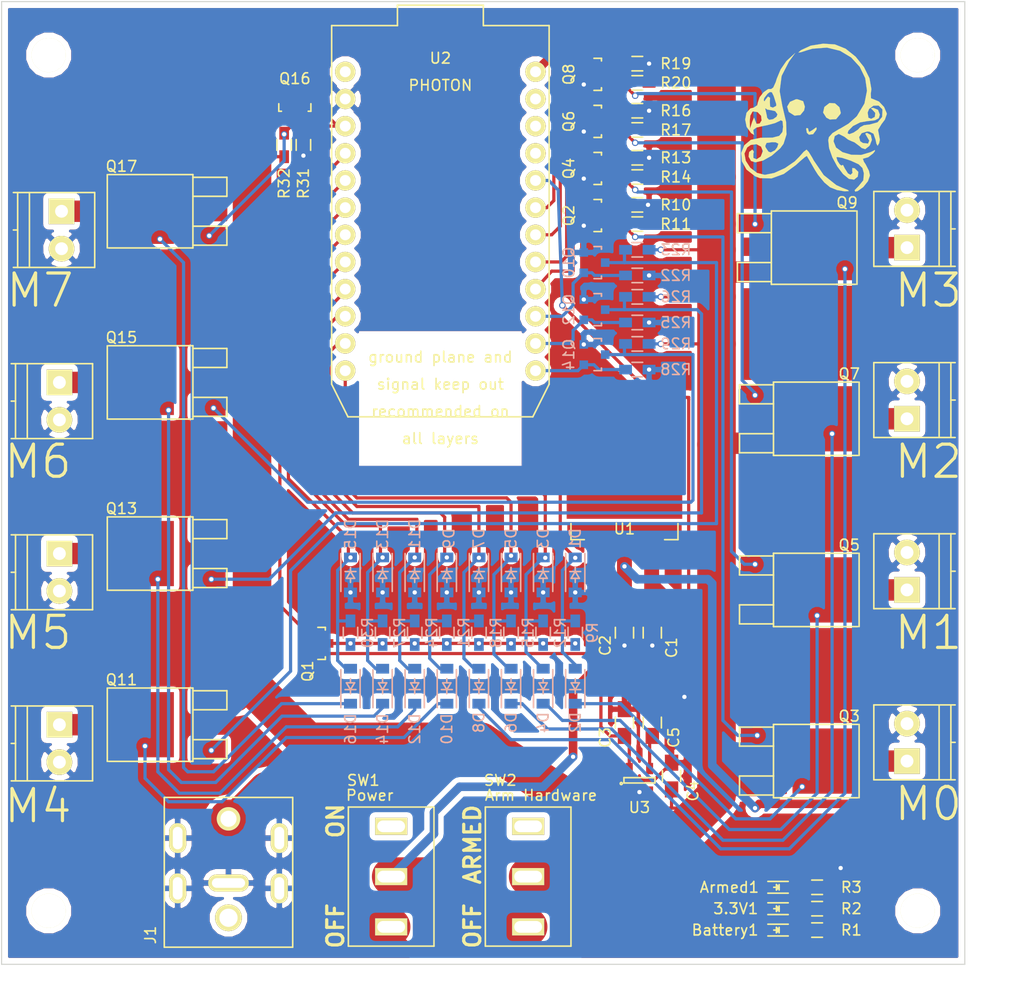
<source format=kicad_pcb>
(kicad_pcb (version 4) (host pcbnew 4.0.1-stable)
  (layers (0 F.Cu signal hide) (31 B.Cu signal hide) (34 B.Paste user) (35 F.Paste user) (36 B.SilkS user) (37 F.SilkS user) (38 B.Mask user) (39 F.Mask user) (44 Edge.Cuts user))
  (net 0 "")
  (net 1 VCCsense)
  (net 2 3.3V)
  (net 3 Armed)
  (net 4 /ematch-0/EMATCH_VCC)
  (net 5 Sense0)
  (net 6 Sense1)
  (net 7 Sense2)
  (net 8 Sense3)
  (net 9 Sense4)
  (net 10 Sense5)
  (net 11 Sense6)
  (net 12 Sense7)
  (net 13 SenseSwitch)
  (net 14 Fire0)
  (net 15 12V)
  (net 16 Fire1)
  (net 17 Fire2)
  (net 18 Fire3)
  (net 19 Fire4)
  (net 20 Fire5)
  (net 21 Fire6)
  (net 22 Fire7)
  (net 23 GND)
  (net 24 /ematch-0/VCC)
  (net 25 /ematch-1/EMATCH_VCC)
  (net 26 /ematch-2/EMATCH_VCC)
  (net 27 /ematch-3/EMATCH_VCC)
  (net 28 /ematch-4/EMATCH_VCC)
  (net 29 /ematch-5/EMATCH_VCC)
  (net 30 /ematch-6/EMATCH_VCC)
  (net 31 /ematch-7/EMATCH_VCC)
  (net 32 12VSwitched)
  (net 33 "Net-(C5-Pad1)")
  (net 34 "Net-(Q2-Pad3)")
  (net 35 "Net-(Q4-Pad3)")
  (net 36 "Net-(Q6-Pad3)")
  (net 37 "Net-(Q8-Pad3)")
  (net 38 "Net-(Q10-Pad3)")
  (net 39 "Net-(Q12-Pad3)")
  (net 40 "Net-(Q14-Pad3)")
  (net 41 "Net-(Q16-Pad3)")
  (net 42 "Net-(3.3V1-Pad1)")
  (net 43 "Net-(Armed1-Pad1)")
  (net 44 "Net-(Battery1-Pad1)")
  (module Terminal_Blocks:TerminalBlock_Pheonix_PT-3.5mm_2pol (layer F.Cu) (at 176.6 73 90)
    (fp_text reference M3 (at -4 2 180) (layer F.SilkS) (effects (font (size 3 3) (thickness 0.3))))
    (fp_text value E-MATCH)
    (pad 2 thru_hole circle (at 3.5 0 90) (size 2.4 2.4) (drill 1.2) (layers *.Cu *.Mask F.SilkS) (net 23 GND))
    (pad 1 thru_hole rect (at 0 0 90) (size 2.4 2.4) (drill 1.2) (layers *.Cu *.Mask F.SilkS) (net 27 /ematch-3/EMATCH_VCC))
  )
  (module Terminal_Blocks:TerminalBlock_Pheonix_PT-3.5mm_2pol (layer F.Cu) (at 97.4 85.6 270)
    (fp_text reference M6 (at 7.4 2 360) (layer F.SilkS) (effects (font (size 3 3) (thickness 0.3))))
    (fp_text value E-MATCH)
    (pad 2 thru_hole circle (at 3.5 0 270) (size 2.4 2.4) (drill 1.2) (layers *.Cu *.Mask F.SilkS) (net 23 GND))
    (pad 1 thru_hole rect (at 0 0 270) (size 2.4 2.4) (drill 1.2) (layers *.Cu *.Mask F.SilkS) (net 30 /ematch-6/EMATCH_VCC))
  )
  (module Capacitors_SMD:C_0805_HandSoldering (layer F.Cu) (at 152.8 109 270)
    (fp_text reference C1 (at 1.4 -1.8 270) (layer F.SilkS))
    (fp_text value 10uF)
    (pad 1 smd rect (at -1.25 0 270) (size 1.5 1.25) (layers F.Cu F.Paste F.Mask) (net 32 12VSwitched))
    (pad 2 smd rect (at 1.25 0 270) (size 1.5 1.25) (layers F.Cu F.Paste F.Mask) (net 23 GND))
  )
  (module Capacitors_SMD:C_0805_HandSoldering (layer F.Cu) (at 150.2 109 270)
    (fp_text reference C2 (at 1.2 1.8 270) (layer F.SilkS))
    (fp_text value 10uF)
    (pad 1 smd rect (at -1.25 0 270) (size 1.5 1.25) (layers F.Cu F.Paste F.Mask) (net 2 3.3V))
    (pad 2 smd rect (at 1.25 0 270) (size 1.5 1.25) (layers F.Cu F.Paste F.Mask) (net 23 GND))
  )
  (module Capacitors_SMD:C_0805_HandSoldering (layer F.Cu) (at 150.2 117.4 90)
    (fp_text reference C3 (at -1.4 -1.8 90) (layer F.SilkS))
    (fp_text value 10uF)
    (pad 1 smd rect (at -1.25 0 90) (size 1.5 1.25) (layers F.Cu F.Paste F.Mask) (net 3 Armed))
    (pad 2 smd rect (at 1.25 0 90) (size 1.5 1.25) (layers F.Cu F.Paste F.Mask) (net 23 GND))
  )
  (module Capacitors_SMD:C_0805_HandSoldering (layer F.Cu) (at 154.6 122.4 90)
    (fp_text reference C4 (at -1.4 2 90) (layer F.SilkS))
    (fp_text value 10uF)
    (pad 1 smd rect (at -1.25 0 90) (size 1.5 1.25) (layers F.Cu F.Paste F.Mask) (net 24 /ematch-0/VCC))
    (pad 2 smd rect (at 1.25 0 90) (size 1.5 1.25) (layers F.Cu F.Paste F.Mask) (net 23 GND))
  )
  (module Diodes_SMD:SOD-123 (layer B.Cu) (at 145.6 103.6 270)
    (fp_text reference D1 (at -3.4 0 270) (layer B.SilkS) (effects (justify mirror)))
    (fp_text value ZENER)
    (pad 1 smd rect (at -1.635 0 270) (size 0.91 1.22) (layers B.Cu B.Paste B.Mask) (net 5 Sense0))
    (pad 2 smd rect (at 1.635 0 270) (size 0.91 1.22) (layers B.Cu B.Paste B.Mask) (net 23 GND))
  )
  (module Diodes_SMD:SOD-123 (layer B.Cu) (at 145.6 114 90)
    (fp_text reference D2 (at -3.4 0 90) (layer B.SilkS) (effects (justify mirror)))
    (fp_text value D)
    (pad 1 smd rect (at -1.635 0 90) (size 0.91 1.22) (layers B.Cu B.Paste B.Mask) (net 4 /ematch-0/EMATCH_VCC))
    (pad 2 smd rect (at 1.635 0 90) (size 0.91 1.22) (layers B.Cu B.Paste B.Mask) (net 5 Sense0))
  )
  (module Diodes_SMD:SOD-123 (layer B.Cu) (at 142.6 103.6 270)
    (fp_text reference D3 (at -3.4 0 270) (layer B.SilkS) (effects (justify mirror)))
    (fp_text value ZENER)
    (pad 1 smd rect (at -1.635 0 270) (size 0.91 1.22) (layers B.Cu B.Paste B.Mask) (net 6 Sense1))
    (pad 2 smd rect (at 1.635 0 270) (size 0.91 1.22) (layers B.Cu B.Paste B.Mask) (net 23 GND))
  )
  (module Diodes_SMD:SOD-123 (layer B.Cu) (at 142.6 114 90)
    (fp_text reference D4 (at -3.4 0 90) (layer B.SilkS) (effects (justify mirror)))
    (fp_text value D)
    (pad 1 smd rect (at -1.635 0 90) (size 0.91 1.22) (layers B.Cu B.Paste B.Mask) (net 25 /ematch-1/EMATCH_VCC))
    (pad 2 smd rect (at 1.635 0 90) (size 0.91 1.22) (layers B.Cu B.Paste B.Mask) (net 6 Sense1))
  )
  (module Diodes_SMD:SOD-123 (layer B.Cu) (at 139.6 103.6 270)
    (fp_text reference D5 (at -3.4 0 270) (layer B.SilkS) (effects (justify mirror)))
    (fp_text value ZENER)
    (pad 1 smd rect (at -1.635 0 270) (size 0.91 1.22) (layers B.Cu B.Paste B.Mask) (net 7 Sense2))
    (pad 2 smd rect (at 1.635 0 270) (size 0.91 1.22) (layers B.Cu B.Paste B.Mask) (net 23 GND))
  )
  (module Diodes_SMD:SOD-123 (layer B.Cu) (at 139.6 114 90)
    (fp_text reference D6 (at -3.4 0 90) (layer B.SilkS) (effects (justify mirror)))
    (fp_text value D)
    (pad 1 smd rect (at -1.635 0 90) (size 0.91 1.22) (layers B.Cu B.Paste B.Mask) (net 26 /ematch-2/EMATCH_VCC))
    (pad 2 smd rect (at 1.635 0 90) (size 0.91 1.22) (layers B.Cu B.Paste B.Mask) (net 7 Sense2))
  )
  (module Diodes_SMD:SOD-123 (layer B.Cu) (at 136.6 103.6 270)
    (fp_text reference D7 (at -3.4 0 270) (layer B.SilkS) (effects (justify mirror)))
    (fp_text value ZENER)
    (pad 1 smd rect (at -1.635 0 270) (size 0.91 1.22) (layers B.Cu B.Paste B.Mask) (net 8 Sense3))
    (pad 2 smd rect (at 1.635 0 270) (size 0.91 1.22) (layers B.Cu B.Paste B.Mask) (net 23 GND))
  )
  (module Diodes_SMD:SOD-123 (layer B.Cu) (at 136.6 114 90)
    (fp_text reference D8 (at -3.4 0 90) (layer B.SilkS) (effects (justify mirror)))
    (fp_text value D)
    (pad 1 smd rect (at -1.635 0 90) (size 0.91 1.22) (layers B.Cu B.Paste B.Mask) (net 27 /ematch-3/EMATCH_VCC))
    (pad 2 smd rect (at 1.635 0 90) (size 0.91 1.22) (layers B.Cu B.Paste B.Mask) (net 8 Sense3))
  )
  (module Diodes_SMD:SOD-123 (layer B.Cu) (at 133.6 103.6 270)
    (fp_text reference D9 (at -3.4 -0.2 450) (layer B.SilkS) (effects (justify mirror)))
    (fp_text value ZENER)
    (pad 1 smd rect (at -1.635 0 270) (size 0.91 1.22) (layers B.Cu B.Paste B.Mask) (net 9 Sense4))
    (pad 2 smd rect (at 1.635 0 270) (size 0.91 1.22) (layers B.Cu B.Paste B.Mask) (net 23 GND))
  )
  (module Diodes_SMD:SOD-123 (layer B.Cu) (at 133.6 114 90)
    (fp_text reference D10 (at -4 0 90) (layer B.SilkS) (effects (justify mirror)))
    (fp_text value D)
    (pad 1 smd rect (at -1.635 0 90) (size 0.91 1.22) (layers B.Cu B.Paste B.Mask) (net 28 /ematch-4/EMATCH_VCC))
    (pad 2 smd rect (at 1.635 0 90) (size 0.91 1.22) (layers B.Cu B.Paste B.Mask) (net 9 Sense4))
  )
  (module Diodes_SMD:SOD-123 (layer B.Cu) (at 130.6 103.6 270)
    (fp_text reference D11 (at -3.8 0 270) (layer B.SilkS) (effects (justify mirror)))
    (fp_text value ZENER)
    (pad 1 smd rect (at -1.635 0 270) (size 0.91 1.22) (layers B.Cu B.Paste B.Mask) (net 10 Sense5))
    (pad 2 smd rect (at 1.635 0 270) (size 0.91 1.22) (layers B.Cu B.Paste B.Mask) (net 23 GND))
  )
  (module Diodes_SMD:SOD-123 (layer B.Cu) (at 130.6 114 90)
    (fp_text reference D12 (at -4 0 90) (layer B.SilkS) (effects (justify mirror)))
    (fp_text value D)
    (pad 1 smd rect (at -1.635 0 90) (size 0.91 1.22) (layers B.Cu B.Paste B.Mask) (net 29 /ematch-5/EMATCH_VCC))
    (pad 2 smd rect (at 1.635 0 90) (size 0.91 1.22) (layers B.Cu B.Paste B.Mask) (net 10 Sense5))
  )
  (module Diodes_SMD:SOD-123 (layer B.Cu) (at 127.6 103.6 270)
    (fp_text reference D13 (at -3.8 0 270) (layer B.SilkS) (effects (justify mirror)))
    (fp_text value ZENER)
    (pad 1 smd rect (at -1.635 0 270) (size 0.91 1.22) (layers B.Cu B.Paste B.Mask) (net 11 Sense6))
    (pad 2 smd rect (at 1.635 0 270) (size 0.91 1.22) (layers B.Cu B.Paste B.Mask) (net 23 GND))
  )
  (module Diodes_SMD:SOD-123 (layer B.Cu) (at 127.6 114 90)
    (fp_text reference D14 (at -4 0 90) (layer B.SilkS) (effects (justify mirror)))
    (fp_text value D)
    (pad 1 smd rect (at -1.635 0 90) (size 0.91 1.22) (layers B.Cu B.Paste B.Mask) (net 30 /ematch-6/EMATCH_VCC))
    (pad 2 smd rect (at 1.635 0 90) (size 0.91 1.22) (layers B.Cu B.Paste B.Mask) (net 11 Sense6))
  )
  (module Diodes_SMD:SOD-123 (layer B.Cu) (at 124.6 103.6 270)
    (fp_text reference D15 (at -3.8 0 270) (layer B.SilkS) (effects (justify mirror)))
    (fp_text value ZENER)
    (pad 1 smd rect (at -1.635 0 270) (size 0.91 1.22) (layers B.Cu B.Paste B.Mask) (net 12 Sense7))
    (pad 2 smd rect (at 1.635 0 270) (size 0.91 1.22) (layers B.Cu B.Paste B.Mask) (net 23 GND))
  )
  (module Diodes_SMD:SOD-123 (layer B.Cu) (at 124.6 114 90)
    (fp_text reference D16 (at -4 0 90) (layer B.SilkS) (effects (justify mirror)))
    (fp_text value D)
    (pad 1 smd rect (at -1.635 0 90) (size 0.91 1.22) (layers B.Cu B.Paste B.Mask) (net 31 /ematch-7/EMATCH_VCC))
    (pad 2 smd rect (at 1.635 0 90) (size 0.91 1.22) (layers B.Cu B.Paste B.Mask) (net 12 Sense7))
  )
  (module Terminal_Blocks:TerminalBlock_Pheonix_PT-3.5mm_2pol (layer F.Cu) (at 176.6 105 90)
    (fp_text reference M1 (at -4 2 180) (layer F.SilkS) (effects (font (size 3 3) (thickness 0.3))))
    (fp_text value E-MATCH)
    (pad 2 thru_hole circle (at 3.5 0 90) (size 2.4 2.4) (drill 1.2) (layers *.Cu *.Mask F.SilkS) (net 23 GND))
    (pad 1 thru_hole rect (at 0 0 90) (size 2.4 2.4) (drill 1.2) (layers *.Cu *.Mask F.SilkS) (net 25 /ematch-1/EMATCH_VCC))
  )
  (module Terminal_Blocks:TerminalBlock_Pheonix_PT-3.5mm_2pol (layer F.Cu) (at 176.6 89 90)
    (fp_text reference M2 (at -4 2 180) (layer F.SilkS) (effects (font (size 3 3) (thickness 0.3))))
    (fp_text value E-MATCH)
    (pad 2 thru_hole circle (at 3.5 0 90) (size 2.4 2.4) (drill 1.2) (layers *.Cu *.Mask F.SilkS) (net 23 GND))
    (pad 1 thru_hole rect (at 0 0 90) (size 2.4 2.4) (drill 1.2) (layers *.Cu *.Mask F.SilkS) (net 26 /ematch-2/EMATCH_VCC))
  )
  (module Terminal_Blocks:TerminalBlock_Pheonix_PT-3.5mm_2pol (layer F.Cu) (at 97.4 117.6 270)
    (fp_text reference M4 (at 7.6 2 360) (layer F.SilkS) (effects (font (size 3 3) (thickness 0.3))))
    (fp_text value E-MATCH)
    (pad 2 thru_hole circle (at 3.5 0 270) (size 2.4 2.4) (drill 1.2) (layers *.Cu *.Mask F.SilkS) (net 23 GND))
    (pad 1 thru_hole rect (at 0 0 270) (size 2.4 2.4) (drill 1.2) (layers *.Cu *.Mask F.SilkS) (net 28 /ematch-4/EMATCH_VCC))
  )
  (module Terminal_Blocks:TerminalBlock_Pheonix_PT-3.5mm_2pol (layer F.Cu) (at 97.4 101.6 270)
    (fp_text reference M5 (at 7.4 2 360) (layer F.SilkS) (effects (font (size 3 3) (thickness 0.3))))
    (fp_text value E-MATCH)
    (pad 2 thru_hole circle (at 3.5 0 270) (size 2.4 2.4) (drill 1.2) (layers *.Cu *.Mask F.SilkS) (net 23 GND))
    (pad 1 thru_hole rect (at 0 0 270) (size 2.4 2.4) (drill 1.2) (layers *.Cu *.Mask F.SilkS) (net 29 /ematch-5/EMATCH_VCC))
  )
  (module Terminal_Blocks:TerminalBlock_Pheonix_PT-3.5mm_2pol (layer F.Cu) (at 97.6 69.6 270)
    (fp_text reference M7 (at 7.4 2 360) (layer F.SilkS) (effects (font (size 3 3) (thickness 0.3))))
    (fp_text value E-MATCH)
    (pad 2 thru_hole circle (at 3.5 0 270) (size 2.4 2.4) (drill 1.2) (layers *.Cu *.Mask F.SilkS) (net 23 GND))
    (pad 1 thru_hole rect (at 0 0 270) (size 2.4 2.4) (drill 1.2) (layers *.Cu *.Mask F.SilkS) (net 31 /ematch-7/EMATCH_VCC))
  )
  (module TO_SOT_Packages_SMD:TO-252-2Lead (layer F.Cu) (at 162.6 121 270)
    (fp_text reference Q3 (at -4.2 -8.6 360) (layer F.SilkS))
    (fp_text value Q_NMOS_GDS hide)
    (pad 1 smd rect (at -2.286 0 270) (size 1.651 3.048) (layers F.Cu F.Paste F.Mask) (net 34 "Net-(Q2-Pad3)"))
    (pad 2 smd rect (at 0 -6.35 270) (size 6.096 6.096) (layers F.Cu F.Paste F.Mask) (net 4 /ematch-0/EMATCH_VCC))
    (pad 3 smd rect (at 2.286 0 270) (size 1.651 3.048) (layers F.Cu F.Paste F.Mask) (net 24 /ematch-0/VCC))
  )
  (module TO_SOT_Packages_SMD:TO-252-2Lead (layer F.Cu) (at 162.6 105 270)
    (fp_text reference Q5 (at -4.2 -8.6 360) (layer F.SilkS))
    (fp_text value Q_NMOS_GDS hide)
    (pad 1 smd rect (at -2.286 0 270) (size 1.651 3.048) (layers F.Cu F.Paste F.Mask) (net 35 "Net-(Q4-Pad3)"))
    (pad 2 smd rect (at 0 -6.35 270) (size 6.096 6.096) (layers F.Cu F.Paste F.Mask) (net 25 /ematch-1/EMATCH_VCC))
    (pad 3 smd rect (at 2.286 0 270) (size 1.651 3.048) (layers F.Cu F.Paste F.Mask) (net 24 /ematch-0/VCC))
  )
  (module TO_SOT_Packages_SMD:TO-252-2Lead (layer F.Cu) (at 162.6 89 270)
    (fp_text reference Q7 (at -4.2 -8.6 360) (layer F.SilkS))
    (fp_text value Q_NMOS_GDS hide)
    (pad 1 smd rect (at -2.286 0 270) (size 1.651 3.048) (layers F.Cu F.Paste F.Mask) (net 36 "Net-(Q6-Pad3)"))
    (pad 2 smd rect (at 0 -6.35 270) (size 6.096 6.096) (layers F.Cu F.Paste F.Mask) (net 26 /ematch-2/EMATCH_VCC))
    (pad 3 smd rect (at 2.286 0 270) (size 1.651 3.048) (layers F.Cu F.Paste F.Mask) (net 24 /ematch-0/VCC))
  )
  (module TO_SOT_Packages_SMD:TO-252-2Lead (layer F.Cu) (at 162.4 73 270)
    (fp_text reference Q9 (at -4.2 -8.6 360) (layer F.SilkS))
    (fp_text value Q_NMOS_GDS hide)
    (pad 1 smd rect (at -2.286 0 270) (size 1.651 3.048) (layers F.Cu F.Paste F.Mask) (net 37 "Net-(Q8-Pad3)"))
    (pad 2 smd rect (at 0 -6.35 270) (size 6.096 6.096) (layers F.Cu F.Paste F.Mask) (net 27 /ematch-3/EMATCH_VCC))
    (pad 3 smd rect (at 2.286 0 270) (size 1.651 3.048) (layers F.Cu F.Paste F.Mask) (net 24 /ematch-0/VCC))
  )
  (module TO_SOT_Packages_SMD:TO-252-2Lead (layer F.Cu) (at 111.4 117.6 90)
    (fp_text reference Q11 (at 4.2 -8.2 180) (layer F.SilkS))
    (fp_text value Q_NMOS_GDS hide)
    (pad 1 smd rect (at -2.286 0 90) (size 1.651 3.048) (layers F.Cu F.Paste F.Mask) (net 38 "Net-(Q10-Pad3)"))
    (pad 2 smd rect (at 0 -6.35 90) (size 6.096 6.096) (layers F.Cu F.Paste F.Mask) (net 28 /ematch-4/EMATCH_VCC))
    (pad 3 smd rect (at 2.286 0 90) (size 1.651 3.048) (layers F.Cu F.Paste F.Mask) (net 24 /ematch-0/VCC))
  )
  (module TO_SOT_Packages_SMD:TO-252-2Lead (layer F.Cu) (at 111.4 101.6 90)
    (fp_text reference Q13 (at 4.2 -8.2 180) (layer F.SilkS))
    (fp_text value Q_NMOS_GDS hide)
    (pad 1 smd rect (at -2.286 0 90) (size 1.651 3.048) (layers F.Cu F.Paste F.Mask) (net 39 "Net-(Q12-Pad3)"))
    (pad 2 smd rect (at 0 -6.35 90) (size 6.096 6.096) (layers F.Cu F.Paste F.Mask) (net 29 /ematch-5/EMATCH_VCC))
    (pad 3 smd rect (at 2.286 0 90) (size 1.651 3.048) (layers F.Cu F.Paste F.Mask) (net 24 /ematch-0/VCC))
  )
  (module TO_SOT_Packages_SMD:TO-252-2Lead (layer F.Cu) (at 111.4 85.6 90)
    (fp_text reference Q15 (at 4.2 -8.2 180) (layer F.SilkS))
    (fp_text value Q_NMOS_GDS hide)
    (pad 1 smd rect (at -2.286 0 90) (size 1.651 3.048) (layers F.Cu F.Paste F.Mask) (net 40 "Net-(Q14-Pad3)"))
    (pad 2 smd rect (at 0 -6.35 90) (size 6.096 6.096) (layers F.Cu F.Paste F.Mask) (net 30 /ematch-6/EMATCH_VCC))
    (pad 3 smd rect (at 2.286 0 90) (size 1.651 3.048) (layers F.Cu F.Paste F.Mask) (net 24 /ematch-0/VCC))
  )
  (module TO_SOT_Packages_SMD:TO-252-2Lead (layer F.Cu) (at 111.4 69.6 90)
    (fp_text reference Q17 (at 4.2 -8.2 180) (layer F.SilkS))
    (fp_text value Q_NMOS_GDS hide)
    (pad 1 smd rect (at -2.286 0 90) (size 1.651 3.048) (layers F.Cu F.Paste F.Mask) (net 41 "Net-(Q16-Pad3)"))
    (pad 2 smd rect (at 0 -6.35 90) (size 6.096 6.096) (layers F.Cu F.Paste F.Mask) (net 31 /ematch-7/EMATCH_VCC))
    (pad 3 smd rect (at 2.286 0 90) (size 1.651 3.048) (layers F.Cu F.Paste F.Mask) (net 24 /ematch-0/VCC))
  )
  (module Resistors_SMD:R_0603_HandSoldering (layer B.Cu) (at 145.6 109 270)
    (fp_text reference R9 (at 0 -1.6 270) (layer B.SilkS) (effects (justify mirror)))
    (fp_text value 500)
    (pad 1 smd rect (at -1.1 0 270) (size 1.2 0.9) (layers B.Cu B.Paste B.Mask) (net 5 Sense0))
    (pad 2 smd rect (at 1.1 0 270) (size 1.2 0.9) (layers B.Cu B.Paste B.Mask) (net 1 VCCsense))
  )
  (module Resistors_SMD:R_0603_HandSoldering (layer F.Cu) (at 151.4 69)
    (fp_text reference R10 (at 3.6 0) (layer F.SilkS))
    (fp_text value 10k)
    (pad 1 smd rect (at -1.1 0) (size 1.2 0.9) (layers F.Cu F.Paste F.Mask) (net 14 Fire0))
    (pad 2 smd rect (at 1.1 0) (size 1.2 0.9) (layers F.Cu F.Paste F.Mask) (net 23 GND))
  )
  (module Resistors_SMD:R_0603_HandSoldering (layer F.Cu) (at 151.4 70.8 180)
    (fp_text reference R11 (at -3.6 0 180) (layer F.SilkS))
    (fp_text value 10k)
    (pad 1 smd rect (at -1.1 0 180) (size 1.2 0.9) (layers F.Cu F.Paste F.Mask) (net 24 /ematch-0/VCC))
    (pad 2 smd rect (at 1.1 0 180) (size 1.2 0.9) (layers F.Cu F.Paste F.Mask) (net 34 "Net-(Q2-Pad3)"))
  )
  (module Resistors_SMD:R_0603_HandSoldering (layer B.Cu) (at 142.6 109 270)
    (fp_text reference R12 (at 0 -1.6 270) (layer B.SilkS) (effects (justify mirror)))
    (fp_text value 500)
    (pad 1 smd rect (at -1.1 0 270) (size 1.2 0.9) (layers B.Cu B.Paste B.Mask) (net 6 Sense1))
    (pad 2 smd rect (at 1.1 0 270) (size 1.2 0.9) (layers B.Cu B.Paste B.Mask) (net 1 VCCsense))
  )
  (module Resistors_SMD:R_0603_HandSoldering (layer F.Cu) (at 151.4 64.6)
    (fp_text reference R13 (at 3.6 0) (layer F.SilkS))
    (fp_text value 10k)
    (pad 1 smd rect (at -1.1 0) (size 1.2 0.9) (layers F.Cu F.Paste F.Mask) (net 16 Fire1))
    (pad 2 smd rect (at 1.1 0) (size 1.2 0.9) (layers F.Cu F.Paste F.Mask) (net 23 GND))
  )
  (module Resistors_SMD:R_0603_HandSoldering (layer F.Cu) (at 151.4 66.4 180)
    (fp_text reference R14 (at -3.6 0 180) (layer F.SilkS))
    (fp_text value 10k)
    (pad 1 smd rect (at -1.1 0 180) (size 1.2 0.9) (layers F.Cu F.Paste F.Mask) (net 24 /ematch-0/VCC))
    (pad 2 smd rect (at 1.1 0 180) (size 1.2 0.9) (layers F.Cu F.Paste F.Mask) (net 35 "Net-(Q4-Pad3)"))
  )
  (module Resistors_SMD:R_0603_HandSoldering (layer B.Cu) (at 139.6 109 270)
    (fp_text reference R15 (at 0 -1.6 270) (layer B.SilkS) (effects (justify mirror)))
    (fp_text value 500)
    (pad 1 smd rect (at -1.1 0 270) (size 1.2 0.9) (layers B.Cu B.Paste B.Mask) (net 7 Sense2))
    (pad 2 smd rect (at 1.1 0 270) (size 1.2 0.9) (layers B.Cu B.Paste B.Mask) (net 1 VCCsense))
  )
  (module Resistors_SMD:R_0603_HandSoldering (layer F.Cu) (at 151.4 60.2)
    (fp_text reference R16 (at 3.6 0) (layer F.SilkS))
    (fp_text value 10k)
    (pad 1 smd rect (at -1.1 0) (size 1.2 0.9) (layers F.Cu F.Paste F.Mask) (net 17 Fire2))
    (pad 2 smd rect (at 1.1 0) (size 1.2 0.9) (layers F.Cu F.Paste F.Mask) (net 23 GND))
  )
  (module Resistors_SMD:R_0603_HandSoldering (layer F.Cu) (at 151.4 62 180)
    (fp_text reference R17 (at -3.6 0 180) (layer F.SilkS))
    (fp_text value 10k)
    (pad 1 smd rect (at -1.1 0 180) (size 1.2 0.9) (layers F.Cu F.Paste F.Mask) (net 24 /ematch-0/VCC))
    (pad 2 smd rect (at 1.1 0 180) (size 1.2 0.9) (layers F.Cu F.Paste F.Mask) (net 36 "Net-(Q6-Pad3)"))
  )
  (module Resistors_SMD:R_0603_HandSoldering (layer B.Cu) (at 136.6 109 270)
    (fp_text reference R18 (at 0 -1.6 270) (layer B.SilkS) (effects (justify mirror)))
    (fp_text value 500)
    (pad 1 smd rect (at -1.1 0 270) (size 1.2 0.9) (layers B.Cu B.Paste B.Mask) (net 8 Sense3))
    (pad 2 smd rect (at 1.1 0 270) (size 1.2 0.9) (layers B.Cu B.Paste B.Mask) (net 1 VCCsense))
  )
  (module Resistors_SMD:R_0603_HandSoldering (layer F.Cu) (at 151.4 55.8)
    (fp_text reference R19 (at 3.6 0) (layer F.SilkS))
    (fp_text value 10k)
    (pad 1 smd rect (at -1.1 0) (size 1.2 0.9) (layers F.Cu F.Paste F.Mask) (net 18 Fire3))
    (pad 2 smd rect (at 1.1 0) (size 1.2 0.9) (layers F.Cu F.Paste F.Mask) (net 23 GND))
  )
  (module Resistors_SMD:R_0603_HandSoldering (layer F.Cu) (at 151.4 57.6 180)
    (fp_text reference R20 (at -3.6 0 180) (layer F.SilkS))
    (fp_text value 10k)
    (pad 1 smd rect (at -1.1 0 180) (size 1.2 0.9) (layers F.Cu F.Paste F.Mask) (net 24 /ematch-0/VCC))
    (pad 2 smd rect (at 1.1 0 180) (size 1.2 0.9) (layers F.Cu F.Paste F.Mask) (net 37 "Net-(Q8-Pad3)"))
  )
  (module Resistors_SMD:R_0603_HandSoldering (layer B.Cu) (at 133.6 109 270)
    (fp_text reference R21 (at 0 -1.6 270) (layer B.SilkS) (effects (justify mirror)))
    (fp_text value 500)
    (pad 1 smd rect (at -1.1 0 270) (size 1.2 0.9) (layers B.Cu B.Paste B.Mask) (net 9 Sense4))
    (pad 2 smd rect (at 1.1 0 270) (size 1.2 0.9) (layers B.Cu B.Paste B.Mask) (net 1 VCCsense))
  )
  (module Resistors_SMD:R_0603_HandSoldering (layer B.Cu) (at 151.4 75.6)
    (fp_text reference R22 (at 3.6 0) (layer B.SilkS) (effects (justify mirror)))
    (fp_text value 10k)
    (pad 1 smd rect (at -1.1 0) (size 1.2 0.9) (layers B.Cu B.Paste B.Mask) (net 19 Fire4))
    (pad 2 smd rect (at 1.1 0) (size 1.2 0.9) (layers B.Cu B.Paste B.Mask) (net 23 GND))
  )
  (module Resistors_SMD:R_0603_HandSoldering (layer B.Cu) (at 151.4 73.2 180)
    (fp_text reference R23 (at -3.6 0 180) (layer B.SilkS) (effects (justify mirror)))
    (fp_text value 10k)
    (pad 1 smd rect (at -1.1 0 180) (size 1.2 0.9) (layers B.Cu B.Paste B.Mask) (net 24 /ematch-0/VCC))
    (pad 2 smd rect (at 1.1 0 180) (size 1.2 0.9) (layers B.Cu B.Paste B.Mask) (net 38 "Net-(Q10-Pad3)"))
  )
  (module Resistors_SMD:R_0603_HandSoldering (layer B.Cu) (at 130.6 109 270)
    (fp_text reference R24 (at 0 -1.6 270) (layer B.SilkS) (effects (justify mirror)))
    (fp_text value 500)
    (pad 1 smd rect (at -1.1 0 270) (size 1.2 0.9) (layers B.Cu B.Paste B.Mask) (net 10 Sense5))
    (pad 2 smd rect (at 1.1 0 270) (size 1.2 0.9) (layers B.Cu B.Paste B.Mask) (net 1 VCCsense))
  )
  (module Resistors_SMD:R_0603_HandSoldering (layer B.Cu) (at 151.4 80)
    (fp_text reference R25 (at 3.6 0) (layer B.SilkS) (effects (justify mirror)))
    (fp_text value 10k)
    (pad 1 smd rect (at -1.1 0) (size 1.2 0.9) (layers B.Cu B.Paste B.Mask) (net 20 Fire5))
    (pad 2 smd rect (at 1.1 0) (size 1.2 0.9) (layers B.Cu B.Paste B.Mask) (net 23 GND))
  )
  (module Resistors_SMD:R_0603_HandSoldering (layer B.Cu) (at 151.4 77.6 180)
    (fp_text reference R26 (at -3.6 0 180) (layer B.SilkS) (effects (justify mirror)))
    (fp_text value 10k)
    (pad 1 smd rect (at -1.1 0 180) (size 1.2 0.9) (layers B.Cu B.Paste B.Mask) (net 24 /ematch-0/VCC))
    (pad 2 smd rect (at 1.1 0 180) (size 1.2 0.9) (layers B.Cu B.Paste B.Mask) (net 39 "Net-(Q12-Pad3)"))
  )
  (module Resistors_SMD:R_0603_HandSoldering (layer B.Cu) (at 127.6 109 270)
    (fp_text reference R27 (at 0 -1.6 270) (layer B.SilkS) (effects (justify mirror)))
    (fp_text value 500)
    (pad 1 smd rect (at -1.1 0 270) (size 1.2 0.9) (layers B.Cu B.Paste B.Mask) (net 11 Sense6))
    (pad 2 smd rect (at 1.1 0 270) (size 1.2 0.9) (layers B.Cu B.Paste B.Mask) (net 1 VCCsense))
  )
  (module Resistors_SMD:R_0603_HandSoldering (layer B.Cu) (at 151.4 84.4)
    (fp_text reference R28 (at 3.6 0) (layer B.SilkS) (effects (justify mirror)))
    (fp_text value 10k)
    (pad 1 smd rect (at -1.1 0) (size 1.2 0.9) (layers B.Cu B.Paste B.Mask) (net 21 Fire6))
    (pad 2 smd rect (at 1.1 0) (size 1.2 0.9) (layers B.Cu B.Paste B.Mask) (net 23 GND))
  )
  (module Resistors_SMD:R_0603_HandSoldering (layer B.Cu) (at 151.4 82 180)
    (fp_text reference R29 (at -3.6 0 180) (layer B.SilkS) (effects (justify mirror)))
    (fp_text value 10k)
    (pad 1 smd rect (at -1.1 0 180) (size 1.2 0.9) (layers B.Cu B.Paste B.Mask) (net 24 /ematch-0/VCC))
    (pad 2 smd rect (at 1.1 0 180) (size 1.2 0.9) (layers B.Cu B.Paste B.Mask) (net 40 "Net-(Q14-Pad3)"))
  )
  (module Resistors_SMD:R_0603_HandSoldering (layer B.Cu) (at 124.6 109 270)
    (fp_text reference R30 (at 0 -1.6 270) (layer B.SilkS) (effects (justify mirror)))
    (fp_text value 500)
    (pad 1 smd rect (at -1.1 0 270) (size 1.2 0.9) (layers B.Cu B.Paste B.Mask) (net 12 Sense7))
    (pad 2 smd rect (at 1.1 0 270) (size 1.2 0.9) (layers B.Cu B.Paste B.Mask) (net 1 VCCsense))
  )
  (module Resistors_SMD:R_0603_HandSoldering (layer F.Cu) (at 120.2 63.4 270)
    (fp_text reference R31 (at 3.6 0 270) (layer F.SilkS))
    (fp_text value 10k)
    (pad 1 smd rect (at -1.1 0 270) (size 1.2 0.9) (layers F.Cu F.Paste F.Mask) (net 22 Fire7))
    (pad 2 smd rect (at 1.1 0 270) (size 1.2 0.9) (layers F.Cu F.Paste F.Mask) (net 23 GND))
  )
  (module Resistors_SMD:R_0603_HandSoldering (layer F.Cu) (at 118.4 63.4 90)
    (fp_text reference R32 (at -3.6 0 90) (layer F.SilkS))
    (fp_text value 10k)
    (pad 1 smd rect (at -1.1 0 90) (size 1.2 0.9) (layers F.Cu F.Paste F.Mask) (net 24 /ematch-0/VCC))
    (pad 2 smd rect (at 1.1 0 90) (size 1.2 0.9) (layers F.Cu F.Paste F.Mask) (net 41 "Net-(Q16-Pad3)"))
  )
  (module M2011LL1W01-switch:M2011LL1W01 (layer F.Cu) (at 128.4 131.8)
    (fp_text reference SW1 (at -2.6 -9) (layer F.SilkS))
    (fp_text value Power (at -2 -7.6 180) (layer F.SilkS))
    (pad 1 thru_hole rect (at 0 4.7) (size 3 1.6) (drill oval 2.6 1.1) (layers *.Cu *.Mask F.SilkS) (net 15 12V))
    (pad 2 thru_hole rect (at 0 0) (size 3 1.6) (drill oval 2.6 1.1) (layers *.Cu *.Mask F.SilkS) (net 32 12VSwitched))
    (pad 3 thru_hole rect (at 0 -4.7) (size 3 1.6) (drill oval 2.6 1.1) (layers *.Cu *.Mask F.SilkS))
  )
  (module M2011LL1W01-switch:M2011LL1W01 (layer F.Cu) (at 141.2 131.8)
    (fp_text reference SW2 (at -2.6 -9) (layer F.SilkS))
    (fp_text value "Arm Hardware" (at 1.2 -7.6 180) (layer F.SilkS))
    (pad 1 thru_hole rect (at 0 4.7) (size 3 1.6) (drill oval 2.6 1.1) (layers *.Cu *.Mask F.SilkS) (net 32 12VSwitched))
    (pad 2 thru_hole rect (at 0 0) (size 3 1.6) (drill oval 2.6 1.1) (layers *.Cu *.Mask F.SilkS) (net 24 /ematch-0/VCC))
    (pad 3 thru_hole rect (at 0 -4.7) (size 3 1.6) (drill oval 2.6 1.1) (layers *.Cu *.Mask F.SilkS))
  )
  (module TO_SOT_Packages_SMD:TO-263-3Lead (layer F.Cu) (at 150.2 102.8 90)
    (fp_text reference U1 (at 3.5 0 180) (layer F.SilkS))
    (fp_text value "Photon Power")
    (pad 2 smd rect (at 0 0 90) (size 4.6 1.39) (layers F.Cu F.Paste F.Mask) (net 2 3.3V))
    (pad 4 smd rect (at 9.15 0 90) (size 9.4 10.8) (layers F.Cu F.Paste F.Mask))
    (pad 3 smd rect (at 0 2.54 90) (size 4.6 1.39) (layers F.Cu F.Paste F.Mask) (net 32 12VSwitched))
    (pad 1 smd rect (at 0 -2.54 90) (size 4.6 1.39) (layers F.Cu F.Paste F.Mask) (net 23 GND))
  )
  (module particle-boards:PHOTON (layer F.Cu) (at 133 71.8)
    (fp_text reference U2 (at 0 -16.51) (layer F.SilkS))
    (fp_text value PHOTON (at 0 -13.97) (layer F.SilkS))
    (fp_text user "all layers" (at 0 19.05) (layer F.SilkS))
    (fp_text user "recommended on" (at 0 16.51) (layer F.SilkS))
    (fp_text user "signal keep out" (at 0 13.97) (layer F.SilkS))
    (fp_text user "ground plane and" (at 0 11.43) (layer F.SilkS))
    (pad 1 thru_hole circle (at -8.89 -15.24) (size 1.9 1.9) (drill 1.02) (layers *.Cu *.Mask F.SilkS))
    (pad 2 thru_hole circle (at -8.89 -12.7) (size 1.9 1.9) (drill 1.02) (layers *.Cu *.Mask F.SilkS) (net 23 GND))
    (pad 3 thru_hole circle (at -8.89 -10.16) (size 1.9 1.9) (drill 1.02) (layers *.Cu *.Mask F.SilkS) (net 22 Fire7))
    (pad 4 thru_hole circle (at -8.89 -7.62) (size 1.9 1.9) (drill 1.02) (layers *.Cu *.Mask F.SilkS) (net 13 SenseSwitch))
    (pad 5 thru_hole circle (at -8.89 -5.08) (size 1.9 1.9) (drill 1.02) (layers *.Cu *.Mask F.SilkS) (net 12 Sense7))
    (pad 6 thru_hole circle (at -8.89 -2.54) (size 1.9 1.9) (drill 1.02) (layers *.Cu *.Mask F.SilkS) (net 11 Sense6))
    (pad 7 thru_hole circle (at -8.89 0) (size 1.9 1.9) (drill 1.02) (layers *.Cu *.Mask F.SilkS) (net 10 Sense5))
    (pad 8 thru_hole circle (at -8.89 2.54) (size 1.9 1.9) (drill 1.02) (layers *.Cu *.Mask F.SilkS) (net 9 Sense4))
    (pad 9 thru_hole circle (at -8.89 5.08) (size 1.9 1.9) (drill 1.02) (layers *.Cu *.Mask F.SilkS) (net 8 Sense3))
    (pad 10 thru_hole circle (at -8.89 7.62) (size 1.9 1.9) (drill 1.02) (layers *.Cu *.Mask F.SilkS) (net 7 Sense2))
    (pad 11 thru_hole circle (at -8.89 10.16) (size 1.9 1.9) (drill 1.02) (layers *.Cu *.Mask F.SilkS) (net 6 Sense1))
    (pad 12 thru_hole circle (at -8.89 12.7) (size 1.9 1.9) (drill 1.02) (layers *.Cu *.Mask F.SilkS) (net 5 Sense0))
    (pad 24 thru_hole circle (at 8.89 -15.24) (size 1.9 1.9) (drill 1.02) (layers *.Cu *.Mask F.SilkS) (net 2 3.3V))
    (pad 23 thru_hole circle (at 8.89 -12.7) (size 1.9 1.9) (drill 1.02) (layers *.Cu *.Mask F.SilkS))
    (pad 22 thru_hole circle (at 8.89 -10.16) (size 1.9 1.9) (drill 1.02) (layers *.Cu *.Mask F.SilkS))
    (pad 21 thru_hole circle (at 8.89 -7.62) (size 1.9 1.9) (drill 1.02) (layers *.Cu *.Mask F.SilkS))
    (pad 20 thru_hole circle (at 8.89 -5.08) (size 1.9 1.9) (drill 1.02) (layers *.Cu *.Mask F.SilkS) (net 3 Armed))
    (pad 19 thru_hole circle (at 8.89 -2.54) (size 1.9 1.9) (drill 1.02) (layers *.Cu *.Mask F.SilkS) (net 18 Fire3))
    (pad 18 thru_hole circle (at 8.89 0) (size 1.9 1.9) (drill 1.02) (layers *.Cu *.Mask F.SilkS) (net 17 Fire2))
    (pad 17 thru_hole circle (at 8.89 2.54) (size 1.9 1.9) (drill 1.02) (layers *.Cu *.Mask F.SilkS) (net 16 Fire1))
    (pad 16 thru_hole circle (at 8.89 5.08) (size 1.9 1.9) (drill 1.02) (layers *.Cu *.Mask F.SilkS) (net 14 Fire0))
    (pad 15 thru_hole circle (at 8.89 7.62) (size 1.9 1.9) (drill 1.02) (layers *.Cu *.Mask F.SilkS) (net 19 Fire4))
    (pad 14 thru_hole circle (at 8.89 10.16) (size 1.9 1.9) (drill 1.02) (layers *.Cu *.Mask F.SilkS) (net 20 Fire5))
    (pad 13 thru_hole circle (at 8.89 12.7) (size 1.9 1.9) (drill 1.02) (layers *.Cu *.Mask F.SilkS) (net 21 Fire6))
  )
  (module Terminal_Blocks:TerminalBlock_Pheonix_PT-3.5mm_2pol (layer F.Cu) (at 176.6 121 90)
    (fp_text reference M0 (at -4 2 180) (layer F.SilkS) (effects (font (size 3 3) (thickness 0.3))))
    (fp_text value E-MATCH)
    (pad 2 thru_hole circle (at 3.5 0 90) (size 2.4 2.4) (drill 1.2) (layers *.Cu *.Mask F.SilkS) (net 23 GND))
    (pad 1 thru_hole rect (at 0 0 90) (size 2.4 2.4) (drill 1.2) (layers *.Cu *.Mask F.SilkS) (net 4 /ematch-0/EMATCH_VCC))
  )
  (module TO_SOT_Packages_SMD:SOT-23 (layer F.Cu) (at 147.4 70 270)
    (fp_text reference Q2 (at 0 2.4 270) (layer F.SilkS))
    (fp_text value Q_PMOS_DGS hide)
    (pad 1 smd rect (at -0.95 1.00076 270) (size 0.8001 0.8001) (layers F.Cu F.Paste F.Mask) (net 14 Fire0))
    (pad 2 smd rect (at 0.95 1.00076 270) (size 0.8001 0.8001) (layers F.Cu F.Paste F.Mask) (net 23 GND))
    (pad 3 smd rect (at 0 -0.99822 270) (size 0.8001 0.8001) (layers F.Cu F.Paste F.Mask) (net 34 "Net-(Q2-Pad3)"))
  )
  (module TO_SOT_Packages_SMD:SOT-23 (layer F.Cu) (at 147.4 65.6 270)
    (fp_text reference Q4 (at 0 2.4 270) (layer F.SilkS))
    (fp_text value Q_PMOS_DGS hide)
    (pad 1 smd rect (at -0.95 1.00076 270) (size 0.8001 0.8001) (layers F.Cu F.Paste F.Mask) (net 16 Fire1))
    (pad 2 smd rect (at 0.95 1.00076 270) (size 0.8001 0.8001) (layers F.Cu F.Paste F.Mask) (net 23 GND))
    (pad 3 smd rect (at 0 -0.99822 270) (size 0.8001 0.8001) (layers F.Cu F.Paste F.Mask) (net 35 "Net-(Q4-Pad3)"))
  )
  (module TO_SOT_Packages_SMD:SOT-23 (layer F.Cu) (at 147.4 61.2 270)
    (fp_text reference Q6 (at 0 2.4 270) (layer F.SilkS))
    (fp_text value Q_PMOS_DGS hide)
    (pad 1 smd rect (at -0.95 1.00076 270) (size 0.8001 0.8001) (layers F.Cu F.Paste F.Mask) (net 17 Fire2))
    (pad 2 smd rect (at 0.95 1.00076 270) (size 0.8001 0.8001) (layers F.Cu F.Paste F.Mask) (net 23 GND))
    (pad 3 smd rect (at 0 -0.99822 270) (size 0.8001 0.8001) (layers F.Cu F.Paste F.Mask) (net 36 "Net-(Q6-Pad3)"))
  )
  (module TO_SOT_Packages_SMD:SOT-23 (layer F.Cu) (at 147.4 56.8 270)
    (fp_text reference Q8 (at 0 2.4 270) (layer F.SilkS))
    (fp_text value Q_PMOS_DGS hide)
    (pad 1 smd rect (at -0.95 1.00076 270) (size 0.8001 0.8001) (layers F.Cu F.Paste F.Mask) (net 18 Fire3))
    (pad 2 smd rect (at 0.95 1.00076 270) (size 0.8001 0.8001) (layers F.Cu F.Paste F.Mask) (net 23 GND))
    (pad 3 smd rect (at 0 -0.99822 270) (size 0.8001 0.8001) (layers F.Cu F.Paste F.Mask) (net 37 "Net-(Q8-Pad3)"))
  )
  (module TO_SOT_Packages_SMD:SOT-23 (layer B.Cu) (at 147.4 74.4 90)
    (fp_text reference Q10 (at 0 -2.4 90) (layer B.SilkS) (effects (justify mirror)))
    (fp_text value Q_PMOS_DGS hide)
    (pad 1 smd rect (at -0.95 -1.00076 90) (size 0.8001 0.8001) (layers B.Cu B.Paste B.Mask) (net 19 Fire4))
    (pad 2 smd rect (at 0.95 -1.00076 90) (size 0.8001 0.8001) (layers B.Cu B.Paste B.Mask) (net 23 GND))
    (pad 3 smd rect (at 0 0.99822 90) (size 0.8001 0.8001) (layers B.Cu B.Paste B.Mask) (net 38 "Net-(Q10-Pad3)"))
  )
  (module TO_SOT_Packages_SMD:SOT-23 (layer B.Cu) (at 147.4 78.8 90)
    (fp_text reference Q12 (at 0 -2.4 90) (layer B.SilkS) (effects (justify mirror)))
    (fp_text value Q_PMOS_DGS hide)
    (pad 1 smd rect (at -0.95 -1.00076 90) (size 0.8001 0.8001) (layers B.Cu B.Paste B.Mask) (net 20 Fire5))
    (pad 2 smd rect (at 0.95 -1.00076 90) (size 0.8001 0.8001) (layers B.Cu B.Paste B.Mask) (net 23 GND))
    (pad 3 smd rect (at 0 0.99822 90) (size 0.8001 0.8001) (layers B.Cu B.Paste B.Mask) (net 39 "Net-(Q12-Pad3)"))
  )
  (module TO_SOT_Packages_SMD:SOT-23 (layer B.Cu) (at 147.4 83 90)
    (fp_text reference Q14 (at 0 -2.4 90) (layer B.SilkS) (effects (justify mirror)))
    (fp_text value Q_PMOS_DGS hide)
    (pad 1 smd rect (at -0.95 -1.00076 90) (size 0.8001 0.8001) (layers B.Cu B.Paste B.Mask) (net 21 Fire6))
    (pad 2 smd rect (at 0.95 -1.00076 90) (size 0.8001 0.8001) (layers B.Cu B.Paste B.Mask) (net 23 GND))
    (pad 3 smd rect (at 0 0.99822 90) (size 0.8001 0.8001) (layers B.Cu B.Paste B.Mask) (net 40 "Net-(Q14-Pad3)"))
  )
  (module TO_SOT_Packages_SMD:SOT-23 (layer F.Cu) (at 119.4 59.6 180)
    (fp_text reference Q16 (at 0 2.4 360) (layer F.SilkS))
    (fp_text value Q_PMOS_DGS hide)
    (pad 1 smd rect (at -0.95 1.00076 180) (size 0.8001 0.8001) (layers F.Cu F.Paste F.Mask) (net 22 Fire7))
    (pad 2 smd rect (at 0.95 1.00076 180) (size 0.8001 0.8001) (layers F.Cu F.Paste F.Mask) (net 23 GND))
    (pad 3 smd rect (at 0 -0.99822 180) (size 0.8001 0.8001) (layers F.Cu F.Paste F.Mask) (net 41 "Net-(Q16-Pad3)"))
  )
  (module TO_SOT_Packages_SMD:SOT-23 (layer F.Cu) (at 121.6 110 270)
    (fp_text reference Q1 (at 2.6 1 270) (layer F.SilkS))
    (fp_text value "EMatch Test")
    (pad 1 smd rect (at -0.95 1.00076 270) (size 0.8001 0.8001) (layers F.Cu F.Paste F.Mask) (net 13 SenseSwitch))
    (pad 2 smd rect (at 0.95 1.00076 270) (size 0.8001 0.8001) (layers F.Cu F.Paste F.Mask) (net 2 3.3V))
    (pad 3 smd rect (at 0 -0.99822 270) (size 0.8001 0.8001) (layers F.Cu F.Paste F.Mask) (net 1 VCCsense))
  )
  (module PJ-082BH-Barrel-Connector:PJ-082BH-Barrel-Connector (layer F.Cu) (at 113.2 138.4 90)
    (fp_text reference J1 (at 1.14 -7.29 90) (layer F.SilkS))
    (fp_text value Power)
    (pad 1 thru_hole oval (at 10.2 4.75 90) (size 2.8 1.6) (drill oval 2.1 0.9) (layers *.Cu *.Mask F.SilkS) (net 23 GND))
    (pad 1 thru_hole oval (at 5.5 -4.75 90) (size 2.8 1.6) (drill oval 2.1 0.9) (layers *.Cu *.Mask F.SilkS) (net 23 GND))
    (pad 1 thru_hole oval (at 5.5 4.75 90) (size 2.8 1.6) (drill oval 2.1 0.9) (layers *.Cu *.Mask F.SilkS) (net 23 GND))
    (pad "" thru_hole circle (at 2.75 0 90) (size 2.5 2.5) (drill 1.7) (layers *.Cu *.Mask F.SilkS))
    (pad 2 thru_hole oval (at 6 0 90) (size 1.6 3.8) (drill oval 0.9 3.1) (layers *.Cu *.Mask F.SilkS) (net 23 GND))
    (pad 3 thru_hole circle (at 12 0 90) (size 2.2 2.2) (drill 1.5) (layers *.Cu *.Mask F.SilkS) (net 15 12V))
    (pad 1 thru_hole oval (at 10.2 -4.75 90) (size 2.8 1.6) (drill oval 2.1 0.9) (layers *.Cu *.Mask F.SilkS) (net 23 GND))
  )
  (module TO_SOT_Packages_SMD:SOT-23-5 (layer F.Cu) (at 151.6 122.8 90)
    (fp_text reference U3 (at -2.54 0 180) (layer F.SilkS))
    (fp_text value "Armed Sense")
    (pad 1 smd rect (at -1.1 -0.95 90) (size 1.06 0.65) (layers F.Cu F.Paste F.Mask) (net 24 /ematch-0/VCC))
    (pad 2 smd rect (at -1.1 0 90) (size 1.06 0.65) (layers F.Cu F.Paste F.Mask) (net 23 GND))
    (pad 3 smd rect (at -1.1 0.95 90) (size 1.06 0.65) (layers F.Cu F.Paste F.Mask) (net 24 /ematch-0/VCC))
    (pad 4 smd rect (at 1.1 0.95 90) (size 1.06 0.65) (layers F.Cu F.Paste F.Mask) (net 33 "Net-(C5-Pad1)"))
    (pad 5 smd rect (at 1.1 -0.95 90) (size 1.06 0.65) (layers F.Cu F.Paste F.Mask) (net 3 Armed))
  )
  (module Mounting_Holes:MountingHole_3.2mm_M3 (layer F.Cu) (at 96.4 55)
    (fp_text reference REF** hide)
    (fp_text value MountingHole_3.2mm_M3 hide)
    (pad 1 np_thru_hole circle (at 0 0) (size 3.2 3.2) (drill 3.2) (layers *.Cu *.Mask F.SilkS))
  )
  (module Mounting_Holes:MountingHole_3.2mm_M3 (layer F.Cu) (at 177.6 55)
    (fp_text reference REF** hide)
    (fp_text value MountingHole_3.2mm_M3 hide)
    (pad 1 np_thru_hole circle (at 0 0) (size 3.2 3.2) (drill 3.2) (layers *.Cu *.Mask F.SilkS))
  )
  (module Mounting_Holes:MountingHole_3.2mm_M3 (layer F.Cu) (at 96.4 135)
    (fp_text reference REF** hide)
    (fp_text value MountingHole_3.2mm_M3 hide)
    (pad 1 np_thru_hole circle (at 0 0) (size 3.2 3.2) (drill 3.2) (layers *.Cu *.Mask F.SilkS))
  )
  (module Mounting_Holes:MountingHole_3.2mm_M3 (layer F.Cu) (at 177.6 135)
    (fp_text reference REF** hide)
    (fp_text value MountingHole_3.2mm_M3 hide)
    (pad 1 np_thru_hole circle (at 0 0) (size 3.2 3.2) (drill 3.2) (layers *.Cu *.Mask F.SilkS))
  )
  (module Resistors_SMD:R_0603_HandSoldering (layer F.Cu) (at 168.2 136.8)
    (fp_text reference R1 (at 3.2 0) (layer F.SilkS))
    (fp_text value 600)
    (pad 1 smd rect (at -1.1 0) (size 1.2 0.9) (layers F.Cu F.Paste F.Mask) (net 44 "Net-(Battery1-Pad1)"))
    (pad 2 smd rect (at 1.1 0) (size 1.2 0.9) (layers F.Cu F.Paste F.Mask) (net 23 GND))
  )
  (module Resistors_SMD:R_0603_HandSoldering (layer F.Cu) (at 168.2 134.8)
    (fp_text reference R2 (at 3.2 0) (layer F.SilkS))
    (fp_text value 165)
    (pad 1 smd rect (at -1.1 0) (size 1.2 0.9) (layers F.Cu F.Paste F.Mask) (net 42 "Net-(3.3V1-Pad1)"))
    (pad 2 smd rect (at 1.1 0) (size 1.2 0.9) (layers F.Cu F.Paste F.Mask) (net 23 GND))
  )
  (module Resistors_SMD:R_0603_HandSoldering (layer F.Cu) (at 168.2 132.8)
    (fp_text reference R3 (at 3.2 0) (layer F.SilkS))
    (fp_text value 600)
    (pad 1 smd rect (at -1.1 0) (size 1.2 0.9) (layers F.Cu F.Paste F.Mask) (net 43 "Net-(Armed1-Pad1)"))
    (pad 2 smd rect (at 1.1 0) (size 1.2 0.9) (layers F.Cu F.Paste F.Mask) (net 23 GND))
  )
  (module LEDs:LED_0603 (layer F.Cu) (at 164.4 136.8 180)
    (fp_text reference Battery1 (at 4.8 0 180) (layer F.SilkS))
    (fp_text value Red)
    (pad 2 smd rect (at 0.7493 0) (size 0.79756 0.79756) (layers F.Cu F.Paste F.Mask) (net 15 12V))
    (pad 1 smd rect (at -0.7493 0) (size 0.79756 0.79756) (layers F.Cu F.Paste F.Mask) (net 44 "Net-(Battery1-Pad1)"))
  )
  (module LEDs:LED_0603 (layer F.Cu) (at 164.4 134.8 180)
    (fp_text reference 3.3V1 (at 3.8 0 180) (layer F.SilkS))
    (fp_text value Yellow)
    (pad 2 smd rect (at 0.7493 0) (size 0.79756 0.79756) (layers F.Cu F.Paste F.Mask) (net 2 3.3V))
    (pad 1 smd rect (at -0.7493 0) (size 0.79756 0.79756) (layers F.Cu F.Paste F.Mask) (net 42 "Net-(3.3V1-Pad1)"))
  )
  (module LEDs:LED_0603 (layer F.Cu) (at 164.4 132.8 180)
    (fp_text reference Armed1 (at 4.4 0 180) (layer F.SilkS))
    (fp_text value Green)
    (pad 2 smd rect (at 0.7493 0) (size 0.79756 0.79756) (layers F.Cu F.Paste F.Mask) (net 24 /ematch-0/VCC))
    (pad 1 smd rect (at -0.7493 0) (size 0.79756 0.79756) (layers F.Cu F.Paste F.Mask) (net 43 "Net-(Armed1-Pad1)"))
  )
  (module octopus:octopus (layer F.Cu) (at 167.64 60.96)
    (fp_text reference G*** hide)
    (fp_text value LOGO hide)
  )
  (module Capacitors_SMD:C_0805_HandSoldering (layer F.Cu) (at 152.8 117.4 90)
    (fp_text reference C5 (at -1.4 2 90) (layer F.SilkS))
    (fp_text value 100pF)
    (pad 1 smd rect (at -1.25 0 90) (size 1.5 1.25) (layers F.Cu F.Paste F.Mask) (net 33 "Net-(C5-Pad1)"))
    (pad 2 smd rect (at 1.25 0 90) (size 1.5 1.25) (layers F.Cu F.Paste F.Mask) (net 23 GND))
  )
  (gr_text OFF (at 136 136.4 90) (layer F.SilkS) (effects (font (size 1.5 1.5) (thickness 0.3))))
  (gr_text ARMED (at 136 128.8 90) (layer F.SilkS) (effects (font (size 1.5 1.5) (thickness 0.3))))
  (gr_text OFF (at 123.2 136.4 90) (layer F.SilkS) (effects (font (size 1.5 1.5) (thickness 0.3))))
  (gr_text ON (at 123.2 126.6 90) (layer F.SilkS) (effects (font (size 1.5 1.5) (thickness 0.3))))
  (gr_line (start 92 140) (end 182 140) (angle 90) (layer Edge.Cuts) (width 0.1))
  (gr_line (start 182 50) (end 92 50) (angle 90) (layer Edge.Cuts) (width 0.1))
  (gr_line (start 182 140) (end 182 50) (angle 90) (layer Edge.Cuts) (width 0.1))
  (gr_line (start 92 50) (end 92 140) (angle 90) (layer Edge.Cuts) (width 0.1))
  (via (at 142.6 110) (size 0.6) (drill 0.4) (layers F.Cu B.Cu) (net 1))
  (segment (start 142.6 110) (end 142.6 110.1) (width 0.3) (layer B.Cu) (net 1))
  (via (at 139.6 110) (size 0.6) (drill 0.4) (layers F.Cu B.Cu) (net 1))
  (segment (start 139.6 110) (end 139.6 110.1) (width 0.3) (layer B.Cu) (net 1))
  (via (at 136.6 110) (size 0.6) (drill 0.4) (layers F.Cu B.Cu) (net 1))
  (segment (start 136.6 110) (end 136.6 110.1) (width 0.3) (layer B.Cu) (net 1))
  (via (at 133.6 110) (size 0.6) (drill 0.4) (layers F.Cu B.Cu) (net 1))
  (segment (start 133.6 110) (end 133.6 110.1) (width 0.3) (layer B.Cu) (net 1))
  (via (at 130.6 110) (size 0.6) (drill 0.4) (layers F.Cu B.Cu) (net 1))
  (segment (start 130.6 110) (end 130.6 110.1) (width 0.3) (layer B.Cu) (net 1))
  (via (at 127.6 110) (size 0.6) (drill 0.4) (layers F.Cu B.Cu) (net 1))
  (segment (start 127.6 110) (end 127.6 110.1) (width 0.3) (layer B.Cu) (net 1))
  (via (at 124.6 110) (size 0.6) (drill 0.4) (layers F.Cu B.Cu) (net 1))
  (segment (start 124.6 110) (end 124.6 110.1) (width 0.3) (layer B.Cu) (net 1))
  (segment (start 122.59822 110) (end 124.6 110) (width 0.3) (layer F.Cu) (net 1))
  (segment (start 124.6 110) (end 127.6 110) (width 0.3) (layer F.Cu) (net 1))
  (segment (start 127.6 110) (end 130.6 110) (width 0.3) (layer F.Cu) (net 1))
  (segment (start 130.6 110) (end 133.6 110) (width 0.3) (layer F.Cu) (net 1))
  (segment (start 133.6 110) (end 136.6 110) (width 0.3) (layer F.Cu) (net 1))
  (segment (start 136.6 110) (end 139.6 110) (width 0.3) (layer F.Cu) (net 1))
  (segment (start 139.6 110) (end 142.6 110) (width 0.3) (layer F.Cu) (net 1))
  (segment (start 142.6 110) (end 145.6 110) (width 0.3) (layer F.Cu) (net 1))
  (segment (start 145.6 110) (end 145.6 110.1) (width 0.3) (layer B.Cu) (net 1))
  (via (at 145.6 110) (size 0.6) (drill 0.4) (layers F.Cu B.Cu) (net 1))
  (via (at 150.2 102.8) (size 0.6) (drill 0.4) (layers F.Cu B.Cu) (net 2))
  (segment (start 150.2 107.75) (end 150.2 102.8) (width 0.3) (layer F.Cu) (net 2))
  (segment (start 162.8 125) (end 179.2 125) (width 0.8) (layer F.Cu) (net 2))
  (segment (start 162.4 125.4) (end 162.8 125) (width 0.8) (layer F.Cu) (net 2))
  (via (at 162.4 125.4) (size 0.6) (drill 0.4) (layers F.Cu B.Cu) (net 2))
  (segment (start 158.4 121.4) (end 162.4 125.4) (width 0.8) (layer B.Cu) (net 2))
  (segment (start 158.4 104.4) (end 158.4 121.4) (width 0.8) (layer B.Cu) (net 2))
  (segment (start 158 104) (end 158.4 104.4) (width 0.8) (layer B.Cu) (net 2))
  (segment (start 151.4 104) (end 158 104) (width 0.8) (layer B.Cu) (net 2))
  (segment (start 150.2 102.8) (end 151.4 104) (width 0.8) (layer B.Cu) (net 2))
  (segment (start 163.6507 134.8) (end 163.6507 134.0507) (width 0.3) (layer F.Cu) (net 2))
  (segment (start 163.6507 134.0507) (end 163.9014 133.8) (width 0.3) (layer F.Cu) (net 2))
  (segment (start 163.9014 133.8) (end 172 133.8) (width 0.3) (layer F.Cu) (net 2))
  (segment (start 172 133.8) (end 179.2 126.6) (width 0.3) (layer F.Cu) (net 2))
  (segment (start 179.2 126.6) (end 179.2 125) (width 0.3) (layer F.Cu) (net 2))
  (segment (start 179.6 59.4) (end 173.6 59.4) (width 0.8) (layer F.Cu) (net 2))
  (segment (start 173.6 59.4) (end 173 58.8) (width 0.8) (layer F.Cu) (net 2))
  (segment (start 173 58.8) (end 173 52.2) (width 0.8) (layer F.Cu) (net 2))
  (segment (start 173 52.2) (end 172.8 52) (width 0.8) (layer F.Cu) (net 2))
  (segment (start 172.8 52) (end 146.45 52) (width 0.8) (layer F.Cu) (net 2))
  (segment (start 146.45 52) (end 141.89 56.56) (width 0.8) (layer F.Cu) (net 2))
  (segment (start 179.6 59.4) (end 179.6 124.6) (width 0.8) (layer F.Cu) (net 2))
  (segment (start 179.6 125) (end 179.6 124.6) (width 0.8) (layer F.Cu) (net 2))
  (segment (start 179.2 125) (end 179.6 125) (width 0.8) (layer F.Cu) (net 2))
  (segment (start 141.89 56.56) (end 141.89 56.31) (width 0.8) (layer F.Cu) (net 2))
  (segment (start 148.4 109.6) (end 148.4 108.2) (width 0.3) (layer F.Cu) (net 2))
  (segment (start 148.85 107.75) (end 150.2 107.75) (width 0.3) (layer F.Cu) (net 2))
  (segment (start 148.4 108.2) (end 148.85 107.75) (width 0.3) (layer F.Cu) (net 2))
  (segment (start 120.59924 110.95) (end 147.05 110.95) (width 0.3) (layer F.Cu) (net 2))
  (segment (start 148.4 109.6) (end 148.4 109.6) (width 0.3) (layer F.Cu) (net 2))
  (segment (start 147.05 110.95) (end 148.4 109.6) (width 0.3) (layer F.Cu) (net 2))
  (segment (start 141.89 66.72) (end 143.12 66.72) (width 0.3) (layer B.Cu) (net 3))
  (segment (start 143.12 66.72) (end 144 67.6) (width 0.3) (layer B.Cu) (net 3))
  (segment (start 144 67.6) (end 144.4 78.4) (width 0.3) (layer B.Cu) (net 3))
  (via (at 144.4 78.4) (size 0.6) (drill 0.4) (layers F.Cu B.Cu) (net 3))
  (segment (start 144.4 78.4) (end 153 87) (width 0.3) (layer F.Cu) (net 3))
  (segment (start 153 87) (end 156.2 87) (width 0.3) (layer F.Cu) (net 3))
  (segment (start 156.2 87) (end 156.2 87.2) (width 0.3) (layer F.Cu) (net 3))
  (segment (start 156.2 87.2) (end 156.2 111.6) (width 0.3) (layer F.Cu) (net 3))
  (segment (start 156.2 111.6) (end 154.2 113.6) (width 0.3) (layer F.Cu) (net 3))
  (segment (start 154.2 113.6) (end 149 113.6) (width 0.3) (layer F.Cu) (net 3))
  (segment (start 149 113.6) (end 148 114.6) (width 0.3) (layer F.Cu) (net 3))
  (segment (start 148 114.6) (end 148 117.8) (width 0.3) (layer F.Cu) (net 3))
  (segment (start 148 117.8) (end 148.85 118.65) (width 0.3) (layer F.Cu) (net 3))
  (segment (start 148.85 118.65) (end 150.2 118.65) (width 0.3) (layer F.Cu) (net 3))
  (segment (start 150.65 121.7) (end 150.65 119.1) (width 0.3) (layer F.Cu) (net 3))
  (segment (start 150.65 119.1) (end 150.2 118.65) (width 0.3) (layer F.Cu) (net 3))
  (segment (start 145.6 115.635) (end 149.835 115.635) (width 0.3) (layer B.Cu) (net 4))
  (segment (start 166.8 123.4) (end 168.95 121.25) (width 0.3) (layer F.Cu) (net 4))
  (via (at 166.8 123.4) (size 0.6) (drill 0.4) (layers F.Cu B.Cu) (net 4))
  (segment (start 163.8 126.4) (end 166.8 123.4) (width 0.3) (layer B.Cu) (net 4))
  (segment (start 160.6 126.4) (end 163.8 126.4) (width 0.3) (layer B.Cu) (net 4))
  (segment (start 149.835 115.635) (end 160.6 126.4) (width 0.3) (layer B.Cu) (net 4))
  (segment (start 168.95 121.25) (end 168.95 121) (width 0.3) (layer F.Cu) (net 4))
  (segment (start 168.95 121) (end 176.6 121) (width 2) (layer F.Cu) (net 4))
  (segment (start 124.11 84.5) (end 124.11 93.31) (width 0.3) (layer F.Cu) (net 5))
  (segment (start 145.6 102) (end 145.6 101.965) (width 0.3) (layer B.Cu) (net 5))
  (via (at 145.6 102) (size 0.6) (drill 0.4) (layers F.Cu B.Cu) (net 5))
  (segment (start 144.2 100.6) (end 145.6 102) (width 0.3) (layer F.Cu) (net 5))
  (segment (start 144.2 95.6) (end 144.2 100.6) (width 0.3) (layer F.Cu) (net 5))
  (segment (start 143.2 94.6) (end 144.2 95.6) (width 0.3) (layer F.Cu) (net 5))
  (segment (start 125.4 94.6) (end 143.2 94.6) (width 0.3) (layer F.Cu) (net 5))
  (segment (start 124.11 93.31) (end 125.4 94.6) (width 0.3) (layer F.Cu) (net 5))
  (segment (start 145.6 107.9) (end 144.4 107.9) (width 0.3) (layer B.Cu) (net 5))
  (segment (start 144.4 107.9) (end 144.4 108) (width 0.3) (layer B.Cu) (net 5))
  (segment (start 145.6 112.365) (end 145.6 112) (width 0.3) (layer B.Cu) (net 5))
  (segment (start 145.6 112) (end 144.4 110.8) (width 0.3) (layer B.Cu) (net 5))
  (segment (start 144.4 110.8) (end 144.4 108) (width 0.3) (layer B.Cu) (net 5))
  (segment (start 144.4 108) (end 144.4 103.165) (width 0.3) (layer B.Cu) (net 5))
  (segment (start 144.4 103.165) (end 145.6 101.965) (width 0.3) (layer B.Cu) (net 5))
  (segment (start 124.11 81.96) (end 123.44 81.96) (width 0.3) (layer F.Cu) (net 6))
  (segment (start 123.44 81.96) (end 122.6 82.8) (width 0.3) (layer F.Cu) (net 6))
  (segment (start 122.6 82.8) (end 122.6 92.8) (width 0.3) (layer F.Cu) (net 6))
  (segment (start 122.6 92.8) (end 125.4 95.6) (width 0.3) (layer F.Cu) (net 6))
  (segment (start 125.4 95.6) (end 142.2 95.6) (width 0.3) (layer F.Cu) (net 6))
  (segment (start 142.2 95.6) (end 142.8 96.2) (width 0.3) (layer F.Cu) (net 6))
  (segment (start 142.8 96.2) (end 142.8 102) (width 0.3) (layer F.Cu) (net 6))
  (via (at 142.8 102) (size 0.6) (drill 0.4) (layers F.Cu B.Cu) (net 6))
  (segment (start 142.8 102) (end 142.765 101.965) (width 0.3) (layer B.Cu) (net 6))
  (segment (start 142.765 101.965) (end 142.6 101.965) (width 0.3) (layer B.Cu) (net 6))
  (segment (start 142.6 107.9) (end 141 107.9) (width 0.3) (layer B.Cu) (net 6))
  (segment (start 141 107.9) (end 141 108) (width 0.3) (layer B.Cu) (net 6))
  (segment (start 142.6 112.365) (end 142.565 112.365) (width 0.3) (layer B.Cu) (net 6))
  (segment (start 142.565 112.365) (end 141 110.8) (width 0.3) (layer B.Cu) (net 6))
  (segment (start 141 110.8) (end 141 108) (width 0.3) (layer B.Cu) (net 6))
  (segment (start 141 108) (end 141 103.565) (width 0.3) (layer B.Cu) (net 6))
  (segment (start 141 103.565) (end 142.6 101.965) (width 0.3) (layer B.Cu) (net 6))
  (segment (start 124.11 79.42) (end 123.38 79.42) (width 0.3) (layer F.Cu) (net 7))
  (segment (start 123.38 79.42) (end 122 80.8) (width 0.3) (layer F.Cu) (net 7))
  (segment (start 122 80.8) (end 122 93.2) (width 0.3) (layer F.Cu) (net 7))
  (segment (start 122 93.2) (end 125.2 96.4) (width 0.3) (layer F.Cu) (net 7))
  (segment (start 125.2 96.4) (end 139.2 96.4) (width 0.3) (layer F.Cu) (net 7))
  (segment (start 139.2 96.4) (end 139.6 96.8) (width 0.3) (layer F.Cu) (net 7))
  (segment (start 139.6 96.8) (end 139.6 101.8) (width 0.3) (layer F.Cu) (net 7))
  (via (at 139.6 101.8) (size 0.6) (drill 0.4) (layers F.Cu B.Cu) (net 7))
  (segment (start 139.6 101.8) (end 139.6 101.965) (width 0.3) (layer B.Cu) (net 7))
  (segment (start 139.6 107.9) (end 138 107.9) (width 0.3) (layer B.Cu) (net 7))
  (segment (start 138 107.9) (end 138 108) (width 0.3) (layer B.Cu) (net 7))
  (segment (start 139.6 112.365) (end 139.365 112.365) (width 0.3) (layer B.Cu) (net 7))
  (segment (start 139.365 112.365) (end 138 111) (width 0.3) (layer B.Cu) (net 7))
  (segment (start 138 111) (end 138 108) (width 0.3) (layer B.Cu) (net 7))
  (segment (start 138 108) (end 138 103.565) (width 0.3) (layer B.Cu) (net 7))
  (segment (start 138 103.565) (end 139.6 101.965) (width 0.3) (layer B.Cu) (net 7))
  (segment (start 124.11 76.88) (end 124.11 77.09) (width 0.3) (layer F.Cu) (net 8))
  (segment (start 124.11 77.09) (end 121.4 79.8) (width 0.3) (layer F.Cu) (net 8))
  (segment (start 121.4 79.8) (end 121.4 93.4) (width 0.3) (layer F.Cu) (net 8))
  (segment (start 121.4 93.4) (end 125.2 97.2) (width 0.3) (layer F.Cu) (net 8))
  (segment (start 125.2 97.2) (end 136.6 97.2) (width 0.3) (layer F.Cu) (net 8))
  (segment (start 136.6 97.2) (end 136.6 97.4) (width 0.3) (layer F.Cu) (net 8))
  (segment (start 136.6 97.4) (end 136.6 102) (width 0.3) (layer F.Cu) (net 8))
  (via (at 136.6 102) (size 0.6) (drill 0.4) (layers F.Cu B.Cu) (net 8))
  (segment (start 136.6 102) (end 136.6 101.965) (width 0.3) (layer B.Cu) (net 8))
  (segment (start 136.6 107.9) (end 135.2 107.9) (width 0.3) (layer B.Cu) (net 8))
  (segment (start 135.2 107.9) (end 135.2 107.8) (width 0.3) (layer B.Cu) (net 8))
  (segment (start 136.6 112.365) (end 136.165 112.365) (width 0.3) (layer B.Cu) (net 8))
  (segment (start 136.165 112.365) (end 135.2 111.4) (width 0.3) (layer B.Cu) (net 8))
  (segment (start 135.2 111.4) (end 135.2 107.8) (width 0.3) (layer B.Cu) (net 8))
  (segment (start 135.2 107.8) (end 135.2 103.365) (width 0.3) (layer B.Cu) (net 8))
  (segment (start 135.2 103.365) (end 136.6 101.965) (width 0.3) (layer B.Cu) (net 8))
  (via (at 133.6 101.965) (size 0.6) (drill 0.4) (layers F.Cu B.Cu) (net 9))
  (segment (start 132 103.565) (end 133.6 101.965) (width 0.3) (layer B.Cu) (net 9))
  (segment (start 132 108) (end 132 103.565) (width 0.3) (layer B.Cu) (net 9))
  (segment (start 120.6 77.85) (end 124.11 74.34) (width 0.3) (layer F.Cu) (net 9))
  (segment (start 120.6 93.6) (end 120.6 77.85) (width 0.3) (layer F.Cu) (net 9))
  (segment (start 124.8 97.8) (end 120.6 93.6) (width 0.3) (layer F.Cu) (net 9))
  (segment (start 133 97.8) (end 124.8 97.8) (width 0.3) (layer F.Cu) (net 9))
  (segment (start 133.4 98.2) (end 133 97.8) (width 0.3) (layer F.Cu) (net 9))
  (segment (start 133.4 101.8) (end 133.4 98.2) (width 0.3) (layer F.Cu) (net 9))
  (segment (start 133.6 102) (end 133.4 101.8) (width 0.3) (layer F.Cu) (net 9))
  (segment (start 133.6 101.965) (end 133.6 102) (width 0.3) (layer F.Cu) (net 9))
  (segment (start 133.6 107.9) (end 132 107.9) (width 0.3) (layer B.Cu) (net 9))
  (segment (start 132 107.9) (end 132 108) (width 0.3) (layer B.Cu) (net 9))
  (segment (start 133.6 112.365) (end 132.965 112.365) (width 0.3) (layer B.Cu) (net 9))
  (segment (start 132 111.4) (end 132 108) (width 0.3) (layer B.Cu) (net 9))
  (segment (start 132.965 112.365) (end 132 111.4) (width 0.3) (layer B.Cu) (net 9))
  (via (at 130.6 101.965) (size 0.6) (drill 0.4) (layers F.Cu B.Cu) (net 10))
  (segment (start 129.2 108) (end 129.2 103.365) (width 0.3) (layer B.Cu) (net 10))
  (segment (start 129.2 103.365) (end 130.6 101.965) (width 0.3) (layer B.Cu) (net 10))
  (segment (start 120 75.91) (end 124.11 71.8) (width 0.3) (layer F.Cu) (net 10))
  (segment (start 120 94) (end 120 75.91) (width 0.3) (layer F.Cu) (net 10))
  (segment (start 124.4 98.4) (end 120 94) (width 0.3) (layer F.Cu) (net 10))
  (segment (start 130.8 98.4) (end 124.4 98.4) (width 0.3) (layer F.Cu) (net 10))
  (segment (start 130.8 101.8) (end 130.8 98.4) (width 0.3) (layer F.Cu) (net 10))
  (segment (start 130.6 102) (end 130.8 101.8) (width 0.3) (layer F.Cu) (net 10))
  (segment (start 130.6 101.965) (end 130.6 102) (width 0.3) (layer F.Cu) (net 10))
  (segment (start 130.6 107.9) (end 129.2 107.9) (width 0.3) (layer B.Cu) (net 10))
  (segment (start 129.2 107.9) (end 129.2 108) (width 0.3) (layer B.Cu) (net 10))
  (segment (start 130.6 112.365) (end 129.965 112.365) (width 0.3) (layer B.Cu) (net 10))
  (segment (start 129.2 111.6) (end 129.2 108) (width 0.3) (layer B.Cu) (net 10))
  (segment (start 129.965 112.365) (end 129.2 111.6) (width 0.3) (layer B.Cu) (net 10))
  (via (at 127.6 101.965) (size 0.6) (drill 0.4) (layers F.Cu B.Cu) (net 11))
  (segment (start 126.2 107.8) (end 126.2 103.365) (width 0.3) (layer B.Cu) (net 11))
  (segment (start 126.2 103.365) (end 127.6 101.965) (width 0.3) (layer B.Cu) (net 11))
  (segment (start 119.4 73.97) (end 124.11 69.26) (width 0.3) (layer F.Cu) (net 11))
  (segment (start 119.4 94.2) (end 119.4 73.97) (width 0.3) (layer F.Cu) (net 11))
  (segment (start 124.2 99) (end 119.4 94.2) (width 0.3) (layer F.Cu) (net 11))
  (segment (start 127.4 99) (end 124.2 99) (width 0.3) (layer F.Cu) (net 11))
  (segment (start 127.4 101.8) (end 127.4 99) (width 0.3) (layer F.Cu) (net 11))
  (segment (start 127.6 102) (end 127.4 101.8) (width 0.3) (layer F.Cu) (net 11))
  (segment (start 127.6 101.965) (end 127.6 102) (width 0.3) (layer F.Cu) (net 11))
  (segment (start 127.6 107.9) (end 126.2 107.9) (width 0.3) (layer B.Cu) (net 11))
  (segment (start 126.2 107.9) (end 126.2 107.8) (width 0.3) (layer B.Cu) (net 11))
  (segment (start 127.6 112.365) (end 126.965 112.365) (width 0.3) (layer B.Cu) (net 11))
  (segment (start 126.2 111.6) (end 126.2 107.8) (width 0.3) (layer B.Cu) (net 11))
  (segment (start 126.965 112.365) (end 126.2 111.6) (width 0.3) (layer B.Cu) (net 11))
  (via (at 124.6 101.965) (size 0.6) (drill 0.4) (layers F.Cu B.Cu) (net 12))
  (segment (start 123.4 103.165) (end 124.6 101.965) (width 0.3) (layer B.Cu) (net 12))
  (segment (start 123.4 108) (end 123.4 103.165) (width 0.3) (layer B.Cu) (net 12))
  (segment (start 118.8 72.03) (end 124.11 66.72) (width 0.3) (layer F.Cu) (net 12))
  (segment (start 118.8 94.6) (end 118.8 72.03) (width 0.3) (layer F.Cu) (net 12))
  (segment (start 124.4 100.2) (end 118.8 94.6) (width 0.3) (layer F.Cu) (net 12))
  (segment (start 124.4 101.8) (end 124.4 100.2) (width 0.3) (layer F.Cu) (net 12))
  (segment (start 124.6 102) (end 124.4 101.8) (width 0.3) (layer F.Cu) (net 12))
  (segment (start 124.6 101.965) (end 124.6 102) (width 0.3) (layer F.Cu) (net 12))
  (segment (start 124.6 107.9) (end 123.4 107.9) (width 0.3) (layer B.Cu) (net 12))
  (segment (start 123.4 107.9) (end 123.4 108) (width 0.3) (layer B.Cu) (net 12))
  (segment (start 124.6 112.365) (end 124.165 112.365) (width 0.3) (layer B.Cu) (net 12))
  (segment (start 124.165 112.365) (end 123.4 111.6) (width 0.3) (layer B.Cu) (net 12))
  (segment (start 123.4 111.6) (end 123.4 108) (width 0.3) (layer B.Cu) (net 12))
  (segment (start 124.11 64.18) (end 124.11 64.29) (width 0.3) (layer F.Cu) (net 13))
  (segment (start 124.11 64.29) (end 118 70.4) (width 0.3) (layer F.Cu) (net 13))
  (segment (start 118 70.4) (end 118 106.45076) (width 0.3) (layer F.Cu) (net 13))
  (segment (start 118 106.45076) (end 120.59924 109.05) (width 0.3) (layer F.Cu) (net 13))
  (segment (start 141.89 76.88) (end 143.4 75.2) (width 0.3) (layer F.Cu) (net 14))
  (segment (start 145.4 70.04924) (end 146.39924 69.05) (width 0.3) (layer F.Cu) (net 14))
  (segment (start 145.4 75.2) (end 145.4 70.04924) (width 0.3) (layer F.Cu) (net 14))
  (segment (start 143.4 75.2) (end 145.4 75.2) (width 0.3) (layer F.Cu) (net 14))
  (segment (start 146.39924 69.05) (end 150.25 69.05) (width 0.3) (layer F.Cu) (net 14))
  (segment (start 150.25 69.05) (end 150.3 69) (width 0.3) (layer F.Cu) (net 14))
  (segment (start 163.6507 136.8) (end 147.6 136.8) (width 0.3) (layer F.Cu) (net 15))
  (segment (start 130.7 138.8) (end 128.4 136.5) (width 0.3) (layer F.Cu) (net 15))
  (segment (start 145.6 138.8) (end 130.7 138.8) (width 0.3) (layer F.Cu) (net 15))
  (segment (start 147.6 136.8) (end 145.6 138.8) (width 0.3) (layer F.Cu) (net 15))
  (segment (start 113.2 126.4) (end 114.2 126.4) (width 3.6) (layer F.Cu) (net 15))
  (segment (start 114.2 126.4) (end 116.8 123.8) (width 3.6) (layer F.Cu) (net 15))
  (segment (start 116.8 123.8) (end 122 123.8) (width 3.6) (layer F.Cu) (net 15))
  (segment (start 122 123.8) (end 123 124.8) (width 3.6) (layer F.Cu) (net 15))
  (segment (start 123 124.8) (end 123 134.8) (width 3.6) (layer F.Cu) (net 15))
  (segment (start 123 134.8) (end 124.7 136.5) (width 3.6) (layer F.Cu) (net 15))
  (segment (start 124.7 136.5) (end 128.4 136.5) (width 3.6) (layer F.Cu) (net 15))
  (segment (start 120.6 124.2) (end 120.6 124.6) (width 0.3) (layer F.Cu) (net 15))
  (segment (start 120.6 124.6) (end 120.6 124.2) (width 0.3) (layer F.Cu) (net 15))
  (segment (start 141.89 74.34) (end 144.26 74.34) (width 0.3) (layer F.Cu) (net 16))
  (segment (start 144.8 66.24924) (end 146.39924 64.65) (width 0.3) (layer F.Cu) (net 16))
  (segment (start 144.8 73.8) (end 144.8 66.24924) (width 0.3) (layer F.Cu) (net 16))
  (segment (start 144.26 74.34) (end 144.8 73.8) (width 0.3) (layer F.Cu) (net 16))
  (segment (start 146.39924 64.65) (end 150.25 64.65) (width 0.3) (layer F.Cu) (net 16))
  (segment (start 150.25 64.65) (end 150.3 64.6) (width 0.3) (layer F.Cu) (net 16))
  (segment (start 141.89 71.8) (end 143.4 71.8) (width 0.3) (layer F.Cu) (net 17))
  (segment (start 145.35 60.25) (end 146.39924 60.25) (width 0.3) (layer F.Cu) (net 17))
  (segment (start 144.2 61.4) (end 145.35 60.25) (width 0.3) (layer F.Cu) (net 17))
  (segment (start 144.2 71) (end 144.2 61.4) (width 0.3) (layer F.Cu) (net 17))
  (segment (start 143.4 71.8) (end 144.2 71) (width 0.3) (layer F.Cu) (net 17))
  (segment (start 146.39924 60.25) (end 150.25 60.25) (width 0.3) (layer F.Cu) (net 17))
  (segment (start 150.25 60.25) (end 150.3 60.2) (width 0.3) (layer F.Cu) (net 17))
  (segment (start 141.89 69.26) (end 142.94 69.26) (width 0.3) (layer F.Cu) (net 18))
  (segment (start 143.6 58.64924) (end 146.39924 55.85) (width 0.3) (layer F.Cu) (net 18))
  (segment (start 143.6 68.6) (end 143.6 58.64924) (width 0.3) (layer F.Cu) (net 18))
  (segment (start 142.94 69.26) (end 143.6 68.6) (width 0.3) (layer F.Cu) (net 18))
  (segment (start 146.39924 55.85) (end 150.25 55.85) (width 0.3) (layer F.Cu) (net 18))
  (segment (start 150.25 55.85) (end 150.3 55.8) (width 0.3) (layer F.Cu) (net 18))
  (segment (start 146.15 55.85) (end 146.39924 55.85) (width 0.3) (layer F.Cu) (net 18))
  (segment (start 146.39924 75.35) (end 147.15 75.35) (width 0.3) (layer B.Cu) (net 19))
  (segment (start 147.4 75.6) (end 150.3 75.6) (width 0.3) (layer B.Cu) (net 19))
  (segment (start 147.15 75.35) (end 147.4 75.6) (width 0.3) (layer B.Cu) (net 19))
  (segment (start 141.89 79.42) (end 144.38 79.42) (width 0.3) (layer B.Cu) (net 19))
  (segment (start 145.4 76.34924) (end 146.39924 75.35) (width 0.3) (layer B.Cu) (net 19))
  (segment (start 145.4 78.4) (end 145.4 76.34924) (width 0.3) (layer B.Cu) (net 19))
  (segment (start 144.38 79.42) (end 145.4 78.4) (width 0.3) (layer B.Cu) (net 19))
  (segment (start 146.39924 79.75) (end 147.15 79.75) (width 0.3) (layer B.Cu) (net 20))
  (segment (start 147.4 80) (end 150.3 80) (width 0.3) (layer B.Cu) (net 20))
  (segment (start 147.15 79.75) (end 147.4 80) (width 0.3) (layer B.Cu) (net 20))
  (segment (start 141.89 81.96) (end 145.04 81.96) (width 0.3) (layer B.Cu) (net 20))
  (segment (start 145.4 80.74924) (end 146.39924 79.75) (width 0.3) (layer B.Cu) (net 20))
  (segment (start 145.4 81.6) (end 145.4 80.74924) (width 0.3) (layer B.Cu) (net 20))
  (segment (start 145.04 81.96) (end 145.4 81.6) (width 0.3) (layer B.Cu) (net 20))
  (segment (start 146.39924 83.95) (end 147.35 83.95) (width 0.3) (layer B.Cu) (net 21))
  (segment (start 147.8 84.4) (end 150.3 84.4) (width 0.3) (layer B.Cu) (net 21))
  (segment (start 147.35 83.95) (end 147.8 84.4) (width 0.3) (layer B.Cu) (net 21))
  (segment (start 141.89 84.5) (end 145.84924 84.5) (width 0.3) (layer B.Cu) (net 21))
  (segment (start 145.84924 84.5) (end 146.39924 83.95) (width 0.3) (layer B.Cu) (net 21))
  (segment (start 124.11 61.64) (end 120.86 61.64) (width 0.3) (layer F.Cu) (net 22))
  (segment (start 120.86 61.64) (end 120.2 62.3) (width 0.3) (layer F.Cu) (net 22))
  (segment (start 124.11 61.64) (end 123.39076 61.64) (width 0.3) (layer F.Cu) (net 22))
  (segment (start 123.39076 61.64) (end 120.35 58.59924) (width 0.3) (layer F.Cu) (net 22))
  (segment (start 151.6 123.9) (end 151.6 123.2) (width 0.3) (layer F.Cu) (net 23))
  (segment (start 152.95 122.8) (end 154.6 121.15) (width 0.3) (layer F.Cu) (net 23))
  (segment (start 152 122.8) (end 152.95 122.8) (width 0.3) (layer F.Cu) (net 23))
  (segment (start 151.6 123.2) (end 152 122.8) (width 0.3) (layer F.Cu) (net 23))
  (segment (start 152.8 116.15) (end 154.65 116.15) (width 0.3) (layer F.Cu) (net 23))
  (via (at 155.8 115) (size 0.6) (drill 0.4) (layers F.Cu B.Cu) (net 23))
  (segment (start 154.65 116.15) (end 155.8 115) (width 0.3) (layer F.Cu) (net 23))
  (via (at 152.4 69) (size 0.6) (drill 0.4) (layers F.Cu B.Cu) (net 23))
  (segment (start 152.4 69) (end 152.5 69) (width 0.3) (layer F.Cu) (net 23))
  (via (at 152.5 75.6) (size 0.6) (drill 0.4) (layers F.Cu B.Cu) (net 23))
  (segment (start 152.5 75.6) (end 152.4 75.6) (width 0.3) (layer F.Cu) (net 23))
  (via (at 152.5 80) (size 0.6) (drill 0.4) (layers F.Cu B.Cu) (net 23))
  (segment (start 152.5 80) (end 152.4 80) (width 0.3) (layer F.Cu) (net 23))
  (via (at 152.5 84.4) (size 0.6) (drill 0.4) (layers F.Cu B.Cu) (net 23))
  (segment (start 152.5 84.4) (end 152.4 84.4) (width 0.3) (layer F.Cu) (net 23))
  (via (at 146.39924 82.05) (size 0.6) (drill 0.4) (layers F.Cu B.Cu) (net 23))
  (segment (start 146.4 82) (end 146.4 82.04924) (width 0.3) (layer F.Cu) (net 23))
  (segment (start 146.4 82.04924) (end 146.39924 82.05) (width 0.3) (layer F.Cu) (net 23))
  (via (at 146.39924 77.85) (size 0.6) (drill 0.4) (layers F.Cu B.Cu) (net 23))
  (segment (start 146.4 77.8) (end 146.4 77.84924) (width 0.3) (layer F.Cu) (net 23))
  (segment (start 146.4 77.84924) (end 146.39924 77.85) (width 0.3) (layer F.Cu) (net 23))
  (via (at 152.5 64.6) (size 0.6) (drill 0.4) (layers F.Cu B.Cu) (net 23))
  (segment (start 152.5 64.6) (end 152.4 64.6) (width 0.3) (layer B.Cu) (net 23))
  (via (at 152.5 60.2) (size 0.6) (drill 0.4) (layers F.Cu B.Cu) (net 23))
  (segment (start 152.5 60.2) (end 152.4 60.2) (width 0.3) (layer B.Cu) (net 23))
  (via (at 152.5 55.8) (size 0.6) (drill 0.4) (layers F.Cu B.Cu) (net 23))
  (segment (start 152.5 55.8) (end 152.4 55.8) (width 0.3) (layer B.Cu) (net 23))
  (via (at 146.39924 57.75) (size 0.6) (drill 0.4) (layers F.Cu B.Cu) (net 23))
  (segment (start 146.4 57.8) (end 146.4 57.75076) (width 0.3) (layer B.Cu) (net 23))
  (segment (start 146.4 57.75076) (end 146.39924 57.75) (width 0.3) (layer B.Cu) (net 23))
  (via (at 146.39924 62.15) (size 0.6) (drill 0.4) (layers F.Cu B.Cu) (net 23))
  (segment (start 146.4 62.2) (end 146.4 62.15076) (width 0.3) (layer B.Cu) (net 23))
  (segment (start 146.4 62.15076) (end 146.39924 62.15) (width 0.3) (layer B.Cu) (net 23))
  (via (at 146.39924 66.55) (size 0.6) (drill 0.4) (layers F.Cu B.Cu) (net 23))
  (segment (start 146.4 66.6) (end 146.4 66.55076) (width 0.3) (layer B.Cu) (net 23))
  (segment (start 146.4 66.55076) (end 146.39924 66.55) (width 0.3) (layer B.Cu) (net 23))
  (via (at 146.39924 70.95) (size 0.6) (drill 0.4) (layers F.Cu B.Cu) (net 23))
  (segment (start 146.4 71) (end 146.4 70.95076) (width 0.3) (layer B.Cu) (net 23))
  (segment (start 146.4 70.95076) (end 146.39924 70.95) (width 0.3) (layer B.Cu) (net 23))
  (via (at 150.2 110.2) (size 0.6) (drill 0.4) (layers F.Cu B.Cu) (net 23))
  (segment (start 150.2 110.2) (end 150.2 110.25) (width 0.3) (layer F.Cu) (net 23))
  (via (at 152.8 110.2) (size 0.6) (drill 0.4) (layers F.Cu B.Cu) (net 23))
  (segment (start 152.8 110.2) (end 152.8 110.25) (width 0.3) (layer F.Cu) (net 23))
  (via (at 145.6 105.235) (size 0.6) (drill 0.4) (layers F.Cu B.Cu) (net 23))
  (segment (start 145.6 105.235) (end 145.6 105.2) (width 0.3) (layer F.Cu) (net 23))
  (via (at 142.6 105.235) (size 0.6) (drill 0.4) (layers F.Cu B.Cu) (net 23))
  (segment (start 142.6 105.235) (end 142.6 105.2) (width 0.3) (layer F.Cu) (net 23))
  (via (at 139.6 105.235) (size 0.6) (drill 0.4) (layers F.Cu B.Cu) (net 23))
  (segment (start 139.6 105.235) (end 139.6 105.2) (width 0.3) (layer F.Cu) (net 23))
  (via (at 136.6 105.235) (size 0.6) (drill 0.4) (layers F.Cu B.Cu) (net 23))
  (segment (start 136.6 105.235) (end 136.6 105.2) (width 0.3) (layer F.Cu) (net 23))
  (via (at 133.6 105.235) (size 0.6) (drill 0.4) (layers F.Cu B.Cu) (net 23))
  (segment (start 133.6 105.235) (end 133.6 105.2) (width 0.3) (layer F.Cu) (net 23))
  (via (at 130.6 105.235) (size 0.6) (drill 0.4) (layers F.Cu B.Cu) (net 23))
  (segment (start 130.6 105.235) (end 130.6 105.2) (width 0.3) (layer F.Cu) (net 23))
  (via (at 127.6 105.235) (size 0.6) (drill 0.4) (layers F.Cu B.Cu) (net 23))
  (segment (start 127.6 105.235) (end 127.6 105.2) (width 0.3) (layer F.Cu) (net 23))
  (via (at 124.6 105.235) (size 0.6) (drill 0.4) (layers F.Cu B.Cu) (net 23))
  (segment (start 124.6 105.235) (end 124.6 105.2) (width 0.3) (layer F.Cu) (net 23))
  (via (at 151.6 123.9) (size 0.6) (drill 0.4) (layers F.Cu B.Cu) (net 23))
  (segment (start 151.6 123.9) (end 151.6 124) (width 0.3) (layer B.Cu) (net 23))
  (segment (start 169.3 132.8) (end 169.3 132.1) (width 0.3) (layer F.Cu) (net 23))
  (via (at 170.4 131) (size 0.6) (drill 0.4) (layers F.Cu B.Cu) (net 23))
  (segment (start 169.3 132.1) (end 170.4 131) (width 0.3) (layer F.Cu) (net 23))
  (via (at 120.2 64.4) (size 0.6) (drill 0.4) (layers F.Cu B.Cu) (net 23))
  (segment (start 120.2 64.4) (end 120.2 64.5) (width 0.3) (layer F.Cu) (net 23))
  (segment (start 163.6507 132.8) (end 152.6 132.8) (width 0.3) (layer F.Cu) (net 24))
  (segment (start 152.6 132.8) (end 151.4 131.6) (width 0.3) (layer F.Cu) (net 24))
  (segment (start 148 131.6) (end 148 126.6) (width 3.6) (layer F.Cu) (net 24))
  (segment (start 120.6 119.2) (end 115.4 114) (width 3.6) (layer F.Cu) (net 24))
  (segment (start 136.8 119.2) (end 120.6 119.2) (width 3.6) (layer F.Cu) (net 24))
  (segment (start 148 126.6) (end 136.8 119.2) (width 3.6) (layer F.Cu) (net 24))
  (segment (start 148.8 131.6) (end 148 131.6) (width 3.6) (layer F.Cu) (net 24))
  (segment (start 148 131.6) (end 141.4 131.6) (width 3.6) (layer F.Cu) (net 24))
  (segment (start 141.4 131.6) (end 141.2 131.8) (width 3.6) (layer F.Cu) (net 24))
  (segment (start 118.4 64.5) (end 115.4 64.5) (width 0.3) (layer F.Cu) (net 24))
  (segment (start 116.4 64.4) (end 115.4 64.4) (width 0.3) (layer F.Cu) (net 24))
  (segment (start 115.5 64.4) (end 116.4 64.4) (width 0.3) (layer F.Cu) (net 24))
  (segment (start 115.4 64.5) (end 115.5 64.4) (width 0.3) (layer F.Cu) (net 24))
  (segment (start 152.55 123.9) (end 152.55 125.4) (width 0.3) (layer F.Cu) (net 24))
  (segment (start 152.55 125.4) (end 152.6 125.4) (width 0.3) (layer F.Cu) (net 24))
  (segment (start 154.6 123.65) (end 154.6 125.4) (width 0.3) (layer F.Cu) (net 24))
  (segment (start 150.65 123.9) (end 150.65 125.25) (width 0.3) (layer F.Cu) (net 24))
  (segment (start 156 125.2) (end 156 127) (width 0.3) (layer F.Cu) (net 24))
  (segment (start 157.4 125.2) (end 156 125.2) (width 0.3) (layer F.Cu) (net 24))
  (segment (start 157.6 125.4) (end 157.4 125.2) (width 0.3) (layer F.Cu) (net 24))
  (segment (start 150.8 125.4) (end 152.6 125.4) (width 0.3) (layer F.Cu) (net 24))
  (segment (start 152.6 125.4) (end 153.2 125.4) (width 0.3) (layer F.Cu) (net 24))
  (segment (start 153.2 125.4) (end 154 125.4) (width 0.3) (layer F.Cu) (net 24))
  (segment (start 154 125.4) (end 154.6 125.4) (width 0.3) (layer F.Cu) (net 24))
  (segment (start 154.6 125.4) (end 157.6 125.4) (width 0.3) (layer F.Cu) (net 24))
  (segment (start 150.65 125.25) (end 150.8 125.4) (width 0.3) (layer F.Cu) (net 24))
  (segment (start 152.5 82) (end 153.6 82) (width 0.3) (layer B.Cu) (net 24))
  (segment (start 153.6 82) (end 158.8 82) (width 0.3) (layer F.Cu) (net 24))
  (via (at 153.6 82) (size 0.6) (drill 0.4) (layers F.Cu B.Cu) (net 24))
  (segment (start 158.8 82) (end 157.6 82) (width 0.3) (layer F.Cu) (net 24))
  (segment (start 157.6 82) (end 158.8 82) (width 0.3) (layer F.Cu) (net 24))
  (segment (start 152.5 77.6) (end 153.6 77.6) (width 0.3) (layer B.Cu) (net 24))
  (segment (start 153.6 77.6) (end 158.8 77.6) (width 0.3) (layer F.Cu) (net 24))
  (via (at 153.6 77.6) (size 0.6) (drill 0.4) (layers F.Cu B.Cu) (net 24))
  (segment (start 158.8 77.6) (end 157.2 77.6) (width 0.3) (layer F.Cu) (net 24))
  (segment (start 157.2 77.6) (end 158.8 77.6) (width 0.3) (layer F.Cu) (net 24))
  (segment (start 152.5 73.2) (end 153.6 73.2) (width 0.3) (layer B.Cu) (net 24))
  (segment (start 153.6 73.2) (end 158.8 73.2) (width 0.3) (layer F.Cu) (net 24))
  (via (at 153.6 73.2) (size 0.6) (drill 0.4) (layers F.Cu B.Cu) (net 24))
  (segment (start 152.5 57.6) (end 158.8 57.6) (width 0.3) (layer F.Cu) (net 24))
  (segment (start 158.8 57.6) (end 158.4 57.6) (width 0.3) (layer F.Cu) (net 24))
  (segment (start 158.4 57.6) (end 158.8 57.6) (width 0.3) (layer F.Cu) (net 24))
  (segment (start 152.5 62) (end 158.8 62) (width 0.3) (layer F.Cu) (net 24))
  (segment (start 152.5 66.4) (end 158.8 66.4) (width 0.3) (layer F.Cu) (net 24))
  (segment (start 158.8 66.4) (end 158.6 66.4) (width 0.3) (layer F.Cu) (net 24))
  (segment (start 158.6 66.4) (end 158.8 66.4) (width 0.3) (layer F.Cu) (net 24))
  (segment (start 152.5 70.8) (end 158.8 70.8) (width 0.3) (layer F.Cu) (net 24))
  (segment (start 158.8 70.8) (end 158.6 70.8) (width 0.3) (layer F.Cu) (net 24))
  (segment (start 158.6 70.8) (end 158.8 70.8) (width 0.3) (layer F.Cu) (net 24))
  (segment (start 111.4 67.314) (end 115.4 67.314) (width 2) (layer F.Cu) (net 24))
  (segment (start 114.2 67.2) (end 115.4 67.2) (width 2) (layer F.Cu) (net 24))
  (segment (start 115.286 67.2) (end 114.2 67.2) (width 2) (layer F.Cu) (net 24))
  (segment (start 115.4 67.314) (end 115.286 67.2) (width 2) (layer F.Cu) (net 24))
  (segment (start 111.4 83.314) (end 115.4 83.314) (width 2) (layer F.Cu) (net 24))
  (segment (start 115 83) (end 115.4 83) (width 2) (layer F.Cu) (net 24))
  (segment (start 115.086 83) (end 115 83) (width 2) (layer F.Cu) (net 24))
  (segment (start 115.4 83.314) (end 115.086 83) (width 2) (layer F.Cu) (net 24))
  (segment (start 111.4 99.314) (end 115.086 99.314) (width 2) (layer F.Cu) (net 24))
  (segment (start 115.086 99.314) (end 115.4 99) (width 2) (layer F.Cu) (net 24))
  (segment (start 111.4 115.314) (end 114.086 115.314) (width 2) (layer F.Cu) (net 24))
  (segment (start 114.086 115.314) (end 115.4 114) (width 2) (layer F.Cu) (net 24))
  (segment (start 115.4 64.4) (end 115.4 67.2) (width 3.6) (layer F.Cu) (net 24))
  (segment (start 115.4 67.2) (end 115.4 83) (width 3.6) (layer F.Cu) (net 24))
  (segment (start 115.4 83) (end 115.4 99) (width 3.6) (layer F.Cu) (net 24))
  (segment (start 158.8 57.6) (end 158.8 62) (width 3.6) (layer F.Cu) (net 24))
  (segment (start 158.8 62) (end 158.8 66.4) (width 3.6) (layer F.Cu) (net 24))
  (segment (start 158.8 66.4) (end 158.8 70.8) (width 3.6) (layer F.Cu) (net 24))
  (segment (start 158.8 70.8) (end 158.8 73.2) (width 3.6) (layer F.Cu) (net 24))
  (segment (start 158.8 73.2) (end 158.8 75.4) (width 3.6) (layer F.Cu) (net 24))
  (segment (start 115.4 114) (end 115.4 99) (width 3.6) (layer F.Cu) (net 24))
  (segment (start 162.4 75.286) (end 158.8 75.286) (width 2) (layer F.Cu) (net 24))
  (segment (start 159.4 75.4) (end 158.8 75.4) (width 2) (layer F.Cu) (net 24))
  (segment (start 158.914 75.4) (end 159.4 75.4) (width 2) (layer F.Cu) (net 24))
  (segment (start 158.8 75.286) (end 158.914 75.4) (width 2) (layer F.Cu) (net 24))
  (segment (start 162.6 91.286) (end 158.8 91.286) (width 2) (layer F.Cu) (net 24))
  (segment (start 158.8 91.286) (end 158.8 91.4) (width 2) (layer F.Cu) (net 24))
  (segment (start 158.8 91.4) (end 159.2 91.4) (width 2) (layer F.Cu) (net 24))
  (segment (start 159.2 91.4) (end 158.8 91.4) (width 2) (layer F.Cu) (net 24))
  (segment (start 162.6 107.286) (end 158.8 107.286) (width 2) (layer F.Cu) (net 24))
  (segment (start 159.8 107.2) (end 158.8 107.2) (width 2) (layer F.Cu) (net 24))
  (segment (start 158.886 107.2) (end 159.8 107.2) (width 2) (layer F.Cu) (net 24))
  (segment (start 158.8 107.286) (end 158.886 107.2) (width 2) (layer F.Cu) (net 24))
  (segment (start 162.6 123.286) (end 158.8 123.286) (width 2) (layer F.Cu) (net 24))
  (segment (start 159.4 123.2) (end 158.8 123.2) (width 2) (layer F.Cu) (net 24))
  (segment (start 158.886 123.2) (end 159.4 123.2) (width 2) (layer F.Cu) (net 24))
  (segment (start 158.8 123.286) (end 158.886 123.2) (width 2) (layer F.Cu) (net 24))
  (segment (start 148.4 131.6) (end 148.8 131.6) (width 3.6) (layer F.Cu) (net 24))
  (segment (start 148.8 131.6) (end 151.4 131.6) (width 3.6) (layer F.Cu) (net 24))
  (segment (start 158.8 124.2) (end 158.8 123.2) (width 3.6) (layer F.Cu) (net 24))
  (segment (start 158.8 123.2) (end 158.8 107.2) (width 3.6) (layer F.Cu) (net 24))
  (segment (start 158.8 107.2) (end 158.8 91.4) (width 3.6) (layer F.Cu) (net 24))
  (segment (start 158.8 91.4) (end 158.8 82) (width 3.6) (layer F.Cu) (net 24))
  (segment (start 158.8 82) (end 158.8 77.6) (width 3.6) (layer F.Cu) (net 24))
  (segment (start 158.8 77.6) (end 158.8 75.4) (width 3.6) (layer F.Cu) (net 24))
  (segment (start 151.4 131.6) (end 156 127) (width 3.6) (layer F.Cu) (net 24))
  (segment (start 156 127) (end 158.8 124.2) (width 3.6) (layer F.Cu) (net 24))
  (segment (start 142.6 115.635) (end 142.835 115.635) (width 0.3) (layer B.Cu) (net 25))
  (segment (start 142.835 115.635) (end 144.4 117.2) (width 0.3) (layer B.Cu) (net 25))
  (segment (start 144.4 117.2) (end 149.8 117.2) (width 0.3) (layer B.Cu) (net 25))
  (segment (start 149.8 117.2) (end 160 127.4) (width 0.3) (layer B.Cu) (net 25))
  (segment (start 160 127.4) (end 164.8 127.4) (width 0.3) (layer B.Cu) (net 25))
  (segment (start 164.8 127.4) (end 168.2 124) (width 0.3) (layer B.Cu) (net 25))
  (segment (start 168.2 124) (end 168.2 107.4) (width 0.3) (layer B.Cu) (net 25))
  (via (at 168.2 107.4) (size 0.6) (drill 0.4) (layers F.Cu B.Cu) (net 25))
  (segment (start 168.2 107.4) (end 168.95 106.65) (width 0.3) (layer F.Cu) (net 25))
  (segment (start 168.95 106.65) (end 168.95 105) (width 0.3) (layer F.Cu) (net 25))
  (segment (start 168.95 105) (end 176.6 105) (width 2) (layer F.Cu) (net 25))
  (segment (start 139.6 115.635) (end 140.635 115.635) (width 0.3) (layer B.Cu) (net 26))
  (segment (start 169.6 90.4) (end 168.95 89.75) (width 0.3) (layer F.Cu) (net 26))
  (via (at 169.6 90.4) (size 0.6) (drill 0.4) (layers F.Cu B.Cu) (net 26))
  (segment (start 169.6 123.8) (end 169.6 90.4) (width 0.3) (layer B.Cu) (net 26))
  (segment (start 165 128.4) (end 169.6 123.8) (width 0.3) (layer B.Cu) (net 26))
  (segment (start 159.4 128.4) (end 165 128.4) (width 0.3) (layer B.Cu) (net 26))
  (segment (start 149 118) (end 159.4 128.4) (width 0.3) (layer B.Cu) (net 26))
  (segment (start 143 118) (end 149 118) (width 0.3) (layer B.Cu) (net 26))
  (segment (start 140.635 115.635) (end 143 118) (width 0.3) (layer B.Cu) (net 26))
  (segment (start 168.95 89.75) (end 168.95 89) (width 0.3) (layer F.Cu) (net 26))
  (segment (start 168.95 89) (end 176.6 89) (width 2) (layer F.Cu) (net 26))
  (segment (start 136.6 115.635) (end 136.6 116) (width 0.3) (layer B.Cu) (net 27))
  (segment (start 136.6 116) (end 139.6 119) (width 0.3) (layer B.Cu) (net 27))
  (segment (start 139.6 119) (end 149 119) (width 0.3) (layer B.Cu) (net 27))
  (segment (start 149 119) (end 159.2 129.2) (width 0.3) (layer B.Cu) (net 27))
  (segment (start 159.2 129.2) (end 165.6 129.2) (width 0.3) (layer B.Cu) (net 27))
  (segment (start 165.6 129.2) (end 170.8 124) (width 0.3) (layer B.Cu) (net 27))
  (segment (start 170.8 124) (end 170.8 75) (width 0.3) (layer B.Cu) (net 27))
  (via (at 170.8 75) (size 0.6) (drill 0.4) (layers F.Cu B.Cu) (net 27))
  (segment (start 170.8 75) (end 168.8 73) (width 0.3) (layer F.Cu) (net 27))
  (segment (start 168.8 73) (end 168.75 73) (width 0.3) (layer F.Cu) (net 27))
  (segment (start 168.75 73) (end 176.6 73) (width 2) (layer F.Cu) (net 27))
  (segment (start 133.6 115.635) (end 132.765 115.635) (width 0.3) (layer B.Cu) (net 28))
  (segment (start 105.4 119.6) (end 105.05 119.25) (width 0.3) (layer F.Cu) (net 28))
  (via (at 105.4 119.6) (size 0.6) (drill 0.4) (layers F.Cu B.Cu) (net 28))
  (segment (start 105.4 122.6) (end 105.4 119.6) (width 0.3) (layer B.Cu) (net 28))
  (segment (start 107.6 124.8) (end 105.4 122.6) (width 0.3) (layer B.Cu) (net 28))
  (segment (start 112.6 124.8) (end 107.6 124.8) (width 0.3) (layer B.Cu) (net 28))
  (segment (start 118.6 118.8) (end 112.6 124.8) (width 0.3) (layer B.Cu) (net 28))
  (segment (start 129.6 118.8) (end 118.6 118.8) (width 0.3) (layer B.Cu) (net 28))
  (segment (start 132.765 115.635) (end 129.6 118.8) (width 0.3) (layer B.Cu) (net 28))
  (segment (start 105.05 119.25) (end 105.05 117.6) (width 0.3) (layer F.Cu) (net 28))
  (segment (start 105.05 117.6) (end 97.4 117.6) (width 2) (layer F.Cu) (net 28))
  (segment (start 130.6 115.635) (end 130.6 116.2) (width 0.3) (layer B.Cu) (net 29))
  (segment (start 106.6 104) (end 105.05 102.45) (width 0.3) (layer F.Cu) (net 29))
  (via (at 106.6 104) (size 0.6) (drill 0.4) (layers F.Cu B.Cu) (net 29))
  (segment (start 106.6 122) (end 106.6 104) (width 0.3) (layer B.Cu) (net 29))
  (segment (start 108.6 124) (end 106.6 122) (width 0.3) (layer B.Cu) (net 29))
  (segment (start 112.4 124) (end 108.6 124) (width 0.3) (layer B.Cu) (net 29))
  (segment (start 118.6 117.8) (end 112.4 124) (width 0.3) (layer B.Cu) (net 29))
  (segment (start 129 117.8) (end 118.6 117.8) (width 0.3) (layer B.Cu) (net 29))
  (segment (start 130.6 116.2) (end 129 117.8) (width 0.3) (layer B.Cu) (net 29))
  (segment (start 105.05 102.45) (end 105.05 101.6) (width 0.3) (layer F.Cu) (net 29))
  (segment (start 105.05 101.6) (end 97.4 101.6) (width 2) (layer F.Cu) (net 29))
  (segment (start 127.6 115.635) (end 127.6 116) (width 0.3) (layer B.Cu) (net 30))
  (segment (start 127.6 116) (end 126.8 116.8) (width 0.3) (layer B.Cu) (net 30))
  (segment (start 126.8 116.8) (end 118.2 116.8) (width 0.3) (layer B.Cu) (net 30))
  (segment (start 118.2 116.8) (end 112 123) (width 0.3) (layer B.Cu) (net 30))
  (segment (start 112 123) (end 108.8 123) (width 0.3) (layer B.Cu) (net 30))
  (segment (start 108.8 123) (end 107.6 121.8) (width 0.3) (layer B.Cu) (net 30))
  (segment (start 107.6 121.8) (end 107.6 88.2) (width 0.3) (layer B.Cu) (net 30))
  (via (at 107.6 88.2) (size 0.6) (drill 0.4) (layers F.Cu B.Cu) (net 30))
  (segment (start 107.6 88.2) (end 105.05 85.65) (width 0.3) (layer F.Cu) (net 30))
  (segment (start 105.05 85.65) (end 105.05 85.6) (width 0.3) (layer F.Cu) (net 30))
  (segment (start 105.05 85.6) (end 97.4 85.6) (width 2) (layer F.Cu) (net 30))
  (segment (start 124.6 115.635) (end 118.165 115.635) (width 0.3) (layer B.Cu) (net 31))
  (segment (start 106.8 72.2) (end 105.05 70.45) (width 0.3) (layer F.Cu) (net 31))
  (via (at 106.8 72.2) (size 0.6) (drill 0.4) (layers F.Cu B.Cu) (net 31))
  (segment (start 109 74.4) (end 106.8 72.2) (width 0.3) (layer B.Cu) (net 31))
  (segment (start 109 121.6) (end 109 74.4) (width 0.3) (layer B.Cu) (net 31))
  (segment (start 109.4 122) (end 109 121.6) (width 0.3) (layer B.Cu) (net 31))
  (segment (start 111.8 122) (end 109.4 122) (width 0.3) (layer B.Cu) (net 31))
  (segment (start 118.165 115.635) (end 111.8 122) (width 0.3) (layer B.Cu) (net 31))
  (segment (start 105.05 70.45) (end 105.05 69.6) (width 0.3) (layer F.Cu) (net 31))
  (segment (start 105.05 69.6) (end 97.6 69.6) (width 2) (layer F.Cu) (net 31))
  (segment (start 152.74 102.8) (end 152.74 104.14) (width 0.8) (layer F.Cu) (net 32))
  (segment (start 152.74 104.14) (end 154.8 106.2) (width 0.8) (layer F.Cu) (net 32))
  (segment (start 132.4 127.8) (end 128.4 131.8) (width 0.8) (layer B.Cu) (net 32))
  (segment (start 132.4 125.8) (end 132.4 127.8) (width 0.8) (layer B.Cu) (net 32))
  (segment (start 134.8 123.4) (end 132.4 125.8) (width 0.8) (layer B.Cu) (net 32))
  (segment (start 142.6 123.4) (end 134.8 123.4) (width 0.8) (layer B.Cu) (net 32))
  (segment (start 145.4 120.6) (end 142.6 123.4) (width 0.8) (layer B.Cu) (net 32))
  (via (at 145.4 120.6) (size 0.6) (drill 0.4) (layers F.Cu B.Cu) (net 32))
  (segment (start 145.4 114.4) (end 145.4 120.6) (width 0.8) (layer F.Cu) (net 32))
  (segment (start 147.2 112.6) (end 145.4 114.4) (width 0.8) (layer F.Cu) (net 32))
  (segment (start 153.2 112.6) (end 147.2 112.6) (width 0.8) (layer F.Cu) (net 32))
  (segment (start 154.8 111) (end 153.2 112.6) (width 0.8) (layer F.Cu) (net 32))
  (segment (start 154.8 106.2) (end 154.8 111) (width 0.8) (layer F.Cu) (net 32))
  (segment (start 128.4 131.8) (end 133.8 131.8) (width 3.6) (layer F.Cu) (net 32))
  (segment (start 133.8 131.8) (end 135 133) (width 3.6) (layer F.Cu) (net 32))
  (segment (start 135 133) (end 135 135.8) (width 3.6) (layer F.Cu) (net 32))
  (segment (start 135 135.8) (end 135.7 136.5) (width 3.6) (layer F.Cu) (net 32))
  (segment (start 135.7 136.5) (end 141.2 136.5) (width 3.6) (layer F.Cu) (net 32))
  (segment (start 153 102.8) (end 152.74 102.8) (width 0.8) (layer F.Cu) (net 32))
  (segment (start 152.74 102.8) (end 152.74 107.69) (width 0.3) (layer F.Cu) (net 32))
  (segment (start 152.74 107.69) (end 152.8 107.75) (width 0.3) (layer F.Cu) (net 32))
  (segment (start 152.55 121.7) (end 152.55 118.9) (width 0.3) (layer F.Cu) (net 33))
  (segment (start 152.55 118.9) (end 152.8 118.65) (width 0.3) (layer F.Cu) (net 33))
  (segment (start 150.3 70.8) (end 150.3 71.1) (width 0.3) (layer F.Cu) (net 34))
  (segment (start 150.3 71.1) (end 151.2 72) (width 0.3) (layer F.Cu) (net 34))
  (segment (start 162.6 118.6) (end 162.6 118.714) (width 0.3) (layer F.Cu) (net 34))
  (via (at 162.6 118.6) (size 0.6) (drill 0.4) (layers F.Cu B.Cu) (net 34))
  (segment (start 160.8 118.6) (end 162.6 118.6) (width 0.3) (layer B.Cu) (net 34))
  (segment (start 159.4 117.2) (end 160.8 118.6) (width 0.3) (layer B.Cu) (net 34))
  (segment (start 159.4 72) (end 159.4 117.2) (width 0.3) (layer B.Cu) (net 34))
  (segment (start 151.2 72) (end 159.4 72) (width 0.3) (layer B.Cu) (net 34))
  (via (at 151.2 72) (size 0.6) (drill 0.4) (layers F.Cu B.Cu) (net 34))
  (segment (start 148.39822 70) (end 148.39822 70.19822) (width 0.3) (layer F.Cu) (net 34))
  (segment (start 148.39822 70.19822) (end 149 70.8) (width 0.3) (layer F.Cu) (net 34))
  (segment (start 149 70.8) (end 150.3 70.8) (width 0.3) (layer F.Cu) (net 34))
  (segment (start 150.3 66.4) (end 150.3 66.7) (width 0.3) (layer F.Cu) (net 35))
  (segment (start 150.3 66.7) (end 151.2 67.6) (width 0.3) (layer F.Cu) (net 35))
  (segment (start 162.4 102.6) (end 162.514 102.714) (width 0.3) (layer F.Cu) (net 35))
  (via (at 162.4 102.6) (size 0.6) (drill 0.4) (layers F.Cu B.Cu) (net 35))
  (segment (start 161.4 102.6) (end 162.4 102.6) (width 0.3) (layer B.Cu) (net 35))
  (segment (start 160.2 101.4) (end 161.4 102.6) (width 0.3) (layer B.Cu) (net 35))
  (segment (start 160.2 67.8) (end 160.2 101.4) (width 0.3) (layer B.Cu) (net 35))
  (segment (start 151.4 67.8) (end 160.2 67.8) (width 0.3) (layer B.Cu) (net 35))
  (segment (start 151.2 67.6) (end 151.4 67.8) (width 0.3) (layer B.Cu) (net 35))
  (via (at 151.2 67.6) (size 0.6) (drill 0.4) (layers F.Cu B.Cu) (net 35))
  (segment (start 162.514 102.714) (end 162.6 102.714) (width 0.3) (layer F.Cu) (net 35))
  (segment (start 148.39822 65.6) (end 148.39822 65.79822) (width 0.3) (layer F.Cu) (net 35))
  (segment (start 148.39822 65.79822) (end 149 66.4) (width 0.3) (layer F.Cu) (net 35))
  (segment (start 149 66.4) (end 150.3 66.4) (width 0.3) (layer F.Cu) (net 35))
  (segment (start 150.3 62) (end 150.3 62.3) (width 0.3) (layer F.Cu) (net 36))
  (segment (start 150.3 62.3) (end 151.2 63.2) (width 0.3) (layer F.Cu) (net 36))
  (segment (start 162.4 86.8) (end 162.486 86.714) (width 0.3) (layer F.Cu) (net 36))
  (via (at 162.4 86.8) (size 0.6) (drill 0.4) (layers F.Cu B.Cu) (net 36))
  (segment (start 162.4 86.6) (end 162.4 86.8) (width 0.3) (layer B.Cu) (net 36))
  (segment (start 161.2 85.4) (end 162.4 86.6) (width 0.3) (layer B.Cu) (net 36))
  (segment (start 161.2 63.2) (end 161.2 85.4) (width 0.3) (layer B.Cu) (net 36))
  (segment (start 151.2 63.2) (end 161.2 63.2) (width 0.3) (layer B.Cu) (net 36))
  (via (at 151.2 63.2) (size 0.6) (drill 0.4) (layers F.Cu B.Cu) (net 36))
  (segment (start 162.486 86.714) (end 162.6 86.714) (width 0.3) (layer F.Cu) (net 36))
  (segment (start 148.39822 61.2) (end 148.39822 61.39822) (width 0.3) (layer F.Cu) (net 36))
  (segment (start 148.39822 61.39822) (end 149 62) (width 0.3) (layer F.Cu) (net 36))
  (segment (start 149 62) (end 150.3 62) (width 0.3) (layer F.Cu) (net 36))
  (segment (start 150.3 57.6) (end 150.3 57.9) (width 0.3) (layer F.Cu) (net 37))
  (segment (start 150.3 57.9) (end 151.2 58.8) (width 0.3) (layer F.Cu) (net 37))
  (segment (start 162.4 70.8) (end 162.4 70.714) (width 0.3) (layer F.Cu) (net 37))
  (via (at 162.4 70.8) (size 0.6) (drill 0.4) (layers F.Cu B.Cu) (net 37))
  (segment (start 162.4 58.6) (end 162.4 70.8) (width 0.3) (layer B.Cu) (net 37))
  (segment (start 151.4 58.6) (end 162.4 58.6) (width 0.3) (layer B.Cu) (net 37))
  (segment (start 151.2 58.8) (end 151.4 58.6) (width 0.3) (layer B.Cu) (net 37))
  (via (at 151.2 58.8) (size 0.6) (drill 0.4) (layers F.Cu B.Cu) (net 37))
  (segment (start 148.39822 56.8) (end 148.39822 56.99822) (width 0.3) (layer F.Cu) (net 37))
  (segment (start 148.39822 56.99822) (end 149 57.6) (width 0.3) (layer F.Cu) (net 37))
  (segment (start 149 57.6) (end 150.3 57.6) (width 0.3) (layer F.Cu) (net 37))
  (segment (start 150.2 74.4) (end 150.2 73.3) (width 0.3) (layer B.Cu) (net 38))
  (segment (start 150.2 73.3) (end 150.3 73.2) (width 0.3) (layer B.Cu) (net 38))
  (segment (start 148.39822 74.4) (end 150.2 74.4) (width 0.3) (layer B.Cu) (net 38))
  (segment (start 150.2 74.4) (end 158.8 74.4) (width 0.3) (layer B.Cu) (net 38))
  (segment (start 111.6 120) (end 111.486 119.886) (width 0.3) (layer F.Cu) (net 38))
  (via (at 111.6 120) (size 0.6) (drill 0.4) (layers F.Cu B.Cu) (net 38))
  (segment (start 119 112.6) (end 111.6 120) (width 0.3) (layer B.Cu) (net 38))
  (segment (start 119 103.2) (end 119 112.6) (width 0.3) (layer B.Cu) (net 38))
  (segment (start 123.4 98.8) (end 119 103.2) (width 0.3) (layer B.Cu) (net 38))
  (segment (start 158.8 98.8) (end 123.4 98.8) (width 0.3) (layer B.Cu) (net 38))
  (segment (start 158.8 75.2) (end 158.8 98.8) (width 0.3) (layer B.Cu) (net 38))
  (segment (start 158.8 75) (end 158.8 75.2) (width 0.3) (layer B.Cu) (net 38))
  (segment (start 158.8 74.4) (end 158.8 75) (width 0.3) (layer B.Cu) (net 38))
  (segment (start 111.486 119.886) (end 111.4 119.886) (width 0.3) (layer F.Cu) (net 38))
  (segment (start 150.2 78.8) (end 150.2 77.7) (width 0.3) (layer B.Cu) (net 39))
  (segment (start 150.2 77.7) (end 150.3 77.6) (width 0.3) (layer B.Cu) (net 39))
  (segment (start 148.39822 78.8) (end 150.2 78.8) (width 0.3) (layer B.Cu) (net 39))
  (segment (start 150.2 78.8) (end 157 78.8) (width 0.3) (layer B.Cu) (net 39))
  (segment (start 111.6 104) (end 111.486 103.886) (width 0.3) (layer F.Cu) (net 39))
  (via (at 111.6 104) (size 0.6) (drill 0.4) (layers F.Cu B.Cu) (net 39))
  (segment (start 117 104) (end 111.6 104) (width 0.3) (layer B.Cu) (net 39))
  (segment (start 123.2 97.8) (end 117 104) (width 0.3) (layer B.Cu) (net 39))
  (segment (start 157.4 97.8) (end 123.2 97.8) (width 0.3) (layer B.Cu) (net 39))
  (segment (start 157.4 79.2) (end 157.4 97.8) (width 0.3) (layer B.Cu) (net 39))
  (segment (start 157 78.8) (end 157.4 79.2) (width 0.3) (layer B.Cu) (net 39))
  (segment (start 111.486 103.886) (end 111.4 103.886) (width 0.3) (layer F.Cu) (net 39))
  (segment (start 150.2 83) (end 150.2 82.1) (width 0.3) (layer B.Cu) (net 40))
  (segment (start 150.2 82.1) (end 150.3 82) (width 0.3) (layer B.Cu) (net 40))
  (segment (start 148.39822 83) (end 150.2 83) (width 0.3) (layer B.Cu) (net 40))
  (segment (start 150.2 83) (end 156.6 83) (width 0.3) (layer B.Cu) (net 40))
  (segment (start 111.8 88) (end 111.686 87.886) (width 0.3) (layer F.Cu) (net 40))
  (via (at 111.8 88) (size 0.6) (drill 0.4) (layers F.Cu B.Cu) (net 40))
  (segment (start 120.6 96.8) (end 111.8 88) (width 0.3) (layer B.Cu) (net 40))
  (segment (start 156.4 96.8) (end 120.6 96.8) (width 0.3) (layer B.Cu) (net 40))
  (segment (start 156.6 96.6) (end 156.4 96.8) (width 0.3) (layer B.Cu) (net 40))
  (segment (start 156.6 83) (end 156.6 96.6) (width 0.3) (layer B.Cu) (net 40))
  (segment (start 111.686 87.886) (end 111.4 87.886) (width 0.3) (layer F.Cu) (net 40))
  (via (at 111.4 71.886) (size 0.6) (drill 0.4) (layers F.Cu B.Cu) (net 41))
  (segment (start 118.4 62.3) (end 118.4 62.4) (width 0.3) (layer F.Cu) (net 41))
  (via (at 118.4 62.4) (size 0.6) (drill 0.4) (layers F.Cu B.Cu) (net 41))
  (segment (start 118.4 64.886) (end 118.4 62.4) (width 0.3) (layer B.Cu) (net 41))
  (segment (start 118.4 64.886) (end 111.4 71.886) (width 0.3) (layer B.Cu) (net 41))
  (segment (start 119.4 60.59822) (end 119.4 61.3) (width 0.3) (layer F.Cu) (net 41))
  (segment (start 119.4 61.3) (end 118.4 62.3) (width 0.3) (layer F.Cu) (net 41))
  (segment (start 165.1493 134.8) (end 167.1 134.8) (width 0.3) (layer F.Cu) (net 42))
  (segment (start 165.1493 132.8) (end 167.1 132.8) (width 0.3) (layer F.Cu) (net 43))
  (segment (start 165.1493 136.8) (end 167.1 136.8) (width 0.3) (layer F.Cu) (net 44))
  (zone (net 23) (net_name GND) (layer F.Cu) (connect_pads (clearance 0.508)) (min_thickness 0.254) (fill yes (arc_segments 16) (thermal_gap 0.508) (thermal_bridge_width 0.508))
    (polygon (pts (xy 92.6 139.4) (xy 92.6 50.6) (xy 181.4 50.6) (xy 181.4 139.4)))
  )
  (zone (net 23) (net_name GND) (layer B.Cu) (connect_pads (clearance 0.508)) (min_thickness 0.254) (fill yes (arc_segments 16) (thermal_gap 0.508) (thermal_bridge_width 0.508))
    (polygon (pts (xy 92.6 139.4) (xy 92.6 50.6) (xy 181.4 50.6) (xy 181.4 139.4)))
  )
  (zone (net 0) (net_name "") (layer F.Cu) (connect_pads (clearance 0.508)) (min_thickness 0.254)
    (keepout (tracks not_allowed) (vias not_allowed) (copperpour not_allowed))
    (fill (arc_segments 16) (thermal_gap 0.508) (thermal_bridge_width 0.508))
    (polygon (pts (xy 125.4 93.4) (xy 125.4 80.8) (xy 140.6 80.8) (xy 140.6 93.4)))
  )
  (zone (net 0) (net_name "") (layer B.Cu) (connect_pads (clearance 0.508)) (min_thickness 0.254)
    (keepout (tracks not_allowed) (vias not_allowed) (copperpour not_allowed))
    (fill (arc_segments 16) (thermal_gap 0.508) (thermal_bridge_width 0.508))
    (polygon (pts (xy 125.4 93.4) (xy 125.4 80.8) (xy 140.6 80.8) (xy 140.6 93.4)))
  )
)
</source>
